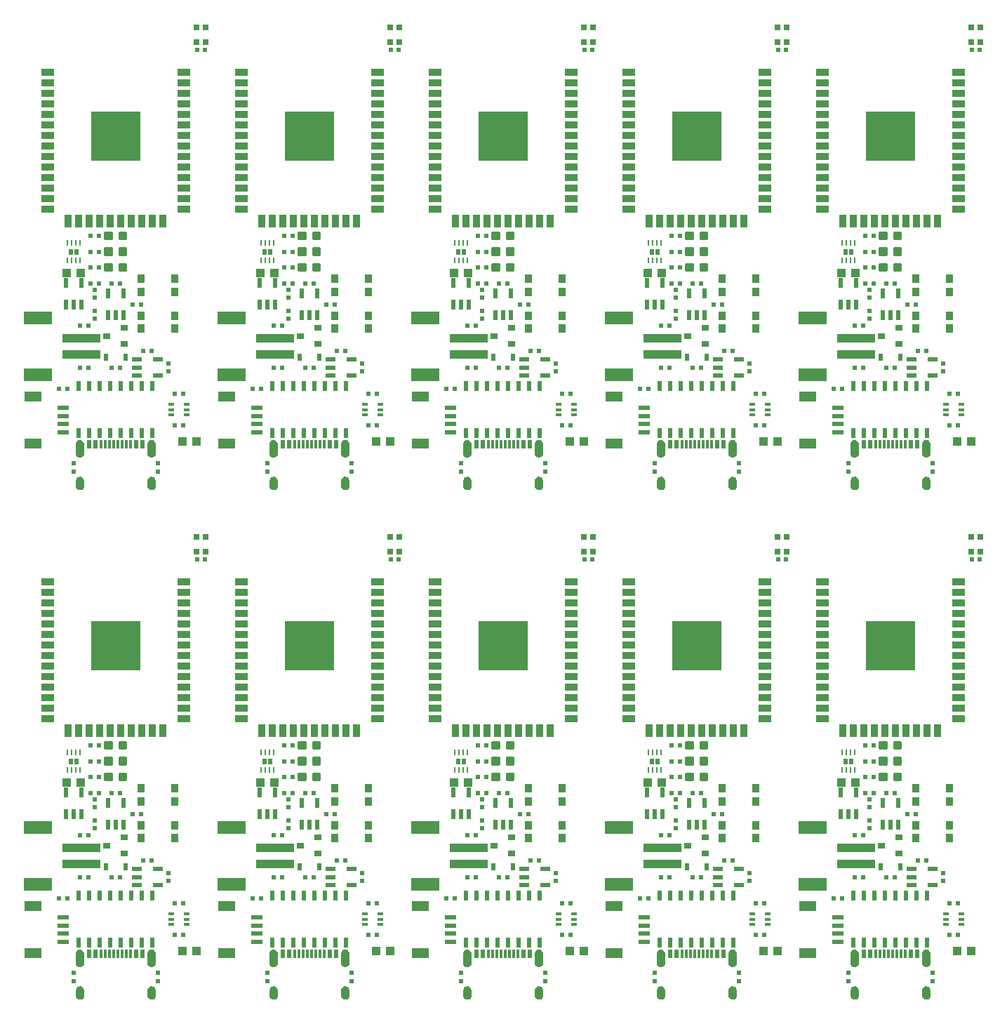
<source format=gtp>
G04 EAGLE Gerber RS-274X export*
G75*
%MOMM*%
%FSLAX34Y34*%
%LPD*%
%INSolderpaste Top*%
%IPPOS*%
%AMOC8*
5,1,8,0,0,1.08239X$1,22.5*%
G01*
%ADD10R,0.600000X0.600000*%
%ADD11R,0.550000X1.200000*%
%ADD12C,0.300000*%
%ADD13R,1.100000X1.000000*%
%ADD14R,0.660000X0.300000*%
%ADD15R,2.000000X1.200000*%
%ADD16R,1.350000X0.600000*%
%ADD17R,0.900000X1.000000*%
%ADD18R,1.500000X0.900000*%
%ADD19R,0.900000X1.500000*%
%ADD20R,6.000000X6.000000*%
%ADD21R,0.900000X0.800000*%
%ADD22R,0.300000X1.000000*%
%ADD23R,0.600000X1.000000*%
%ADD24R,0.630000X0.830000*%
%ADD25R,0.600000X1.200000*%
%ADD26R,0.250000X0.637500*%
%ADD27R,0.500000X0.640000*%
%ADD28R,1.200000X0.550000*%
%ADD29R,0.700000X0.700000*%
%ADD30R,4.600000X1.000000*%
%ADD31R,3.400000X1.600000*%

G36*
X157300Y43951D02*
X157300Y43951D01*
X157301Y43951D01*
X158369Y43970D01*
X158376Y43975D01*
X158380Y43971D01*
X159417Y44227D01*
X159422Y44234D01*
X159428Y44231D01*
X160382Y44712D01*
X160386Y44719D01*
X160391Y44718D01*
X161215Y45399D01*
X161216Y45407D01*
X161222Y45407D01*
X161873Y46254D01*
X161873Y46262D01*
X161879Y46263D01*
X162326Y47234D01*
X162324Y47242D01*
X162329Y47244D01*
X162548Y48290D01*
X162545Y48297D01*
X162549Y48300D01*
X162549Y60300D01*
X162546Y60305D01*
X162549Y60308D01*
X162369Y61403D01*
X162363Y61409D01*
X162366Y61414D01*
X161947Y62442D01*
X161940Y62446D01*
X161942Y62451D01*
X161305Y63360D01*
X161297Y63363D01*
X161297Y63368D01*
X160474Y64112D01*
X160466Y64113D01*
X160465Y64119D01*
X159497Y64661D01*
X159488Y64660D01*
X159486Y64666D01*
X158422Y64979D01*
X158417Y64977D01*
X158413Y64977D01*
X158411Y64981D01*
X157303Y65049D01*
X157297Y65045D01*
X157293Y65049D01*
X156185Y64879D01*
X156179Y64873D01*
X156174Y64876D01*
X155132Y64464D01*
X155128Y64457D01*
X155123Y64459D01*
X154198Y63825D01*
X154196Y63817D01*
X154190Y63818D01*
X153430Y62995D01*
X153429Y62986D01*
X153423Y62986D01*
X152866Y62014D01*
X152867Y62006D01*
X152861Y62004D01*
X152534Y60932D01*
X152537Y60924D01*
X152532Y60921D01*
X152451Y59804D01*
X152452Y59801D01*
X152451Y59800D01*
X152451Y47800D01*
X152456Y47793D01*
X152452Y47789D01*
X152671Y46845D01*
X152677Y46839D01*
X152675Y46834D01*
X153099Y45962D01*
X153106Y45959D01*
X153104Y45953D01*
X153711Y45197D01*
X153719Y45195D01*
X153719Y45189D01*
X154479Y44588D01*
X154488Y44588D01*
X154489Y44582D01*
X155364Y44164D01*
X155372Y44166D01*
X155374Y44161D01*
X156320Y43949D01*
X156327Y43952D01*
X156331Y43947D01*
X157300Y43951D01*
G37*
G36*
X1092020Y43951D02*
X1092020Y43951D01*
X1092021Y43951D01*
X1093089Y43970D01*
X1093096Y43975D01*
X1093100Y43971D01*
X1094137Y44227D01*
X1094142Y44234D01*
X1094148Y44231D01*
X1095102Y44712D01*
X1095106Y44719D01*
X1095111Y44718D01*
X1095935Y45399D01*
X1095936Y45407D01*
X1095942Y45407D01*
X1096593Y46254D01*
X1096593Y46262D01*
X1096599Y46263D01*
X1097046Y47234D01*
X1097044Y47242D01*
X1097049Y47244D01*
X1097268Y48290D01*
X1097265Y48297D01*
X1097269Y48300D01*
X1097269Y60300D01*
X1097266Y60305D01*
X1097269Y60308D01*
X1097089Y61403D01*
X1097083Y61409D01*
X1097086Y61414D01*
X1096667Y62442D01*
X1096660Y62446D01*
X1096662Y62451D01*
X1096025Y63360D01*
X1096017Y63363D01*
X1096017Y63368D01*
X1095194Y64112D01*
X1095186Y64113D01*
X1095185Y64119D01*
X1094217Y64661D01*
X1094208Y64660D01*
X1094206Y64666D01*
X1093142Y64979D01*
X1093137Y64977D01*
X1093133Y64977D01*
X1093131Y64981D01*
X1092023Y65049D01*
X1092017Y65045D01*
X1092013Y65049D01*
X1090905Y64879D01*
X1090899Y64873D01*
X1090894Y64876D01*
X1089852Y64464D01*
X1089848Y64457D01*
X1089843Y64459D01*
X1088918Y63825D01*
X1088916Y63817D01*
X1088910Y63818D01*
X1088150Y62995D01*
X1088149Y62986D01*
X1088143Y62986D01*
X1087586Y62014D01*
X1087587Y62006D01*
X1087581Y62004D01*
X1087254Y60932D01*
X1087257Y60924D01*
X1087252Y60921D01*
X1087171Y59804D01*
X1087172Y59801D01*
X1087171Y59800D01*
X1087171Y47800D01*
X1087176Y47793D01*
X1087172Y47789D01*
X1087391Y46845D01*
X1087397Y46839D01*
X1087395Y46834D01*
X1087819Y45962D01*
X1087826Y45959D01*
X1087824Y45953D01*
X1088431Y45197D01*
X1088439Y45195D01*
X1088439Y45189D01*
X1089199Y44588D01*
X1089208Y44588D01*
X1089209Y44582D01*
X1090084Y44164D01*
X1090092Y44166D01*
X1090094Y44161D01*
X1091040Y43949D01*
X1091047Y43952D01*
X1091051Y43947D01*
X1092020Y43951D01*
G37*
G36*
X858340Y43951D02*
X858340Y43951D01*
X858341Y43951D01*
X859409Y43970D01*
X859416Y43975D01*
X859420Y43971D01*
X860457Y44227D01*
X860462Y44234D01*
X860468Y44231D01*
X861422Y44712D01*
X861426Y44719D01*
X861431Y44718D01*
X862255Y45399D01*
X862256Y45407D01*
X862262Y45407D01*
X862913Y46254D01*
X862913Y46262D01*
X862919Y46263D01*
X863366Y47234D01*
X863364Y47242D01*
X863369Y47244D01*
X863588Y48290D01*
X863585Y48297D01*
X863589Y48300D01*
X863589Y60300D01*
X863586Y60305D01*
X863589Y60308D01*
X863409Y61403D01*
X863403Y61409D01*
X863406Y61414D01*
X862987Y62442D01*
X862980Y62446D01*
X862982Y62451D01*
X862345Y63360D01*
X862337Y63363D01*
X862337Y63368D01*
X861514Y64112D01*
X861506Y64113D01*
X861505Y64119D01*
X860537Y64661D01*
X860528Y64660D01*
X860526Y64666D01*
X859462Y64979D01*
X859457Y64977D01*
X859453Y64977D01*
X859451Y64981D01*
X858343Y65049D01*
X858337Y65045D01*
X858333Y65049D01*
X857225Y64879D01*
X857219Y64873D01*
X857214Y64876D01*
X856172Y64464D01*
X856168Y64457D01*
X856163Y64459D01*
X855238Y63825D01*
X855236Y63817D01*
X855230Y63818D01*
X854470Y62995D01*
X854469Y62986D01*
X854463Y62986D01*
X853906Y62014D01*
X853907Y62006D01*
X853901Y62004D01*
X853574Y60932D01*
X853577Y60924D01*
X853572Y60921D01*
X853491Y59804D01*
X853492Y59801D01*
X853491Y59800D01*
X853491Y47800D01*
X853496Y47793D01*
X853492Y47789D01*
X853711Y46845D01*
X853717Y46839D01*
X853715Y46834D01*
X854139Y45962D01*
X854146Y45959D01*
X854144Y45953D01*
X854751Y45197D01*
X854759Y45195D01*
X854759Y45189D01*
X855519Y44588D01*
X855528Y44588D01*
X855529Y44582D01*
X856404Y44164D01*
X856412Y44166D01*
X856414Y44161D01*
X857360Y43949D01*
X857367Y43952D01*
X857371Y43947D01*
X858340Y43951D01*
G37*
G36*
X624660Y43951D02*
X624660Y43951D01*
X624661Y43951D01*
X625729Y43970D01*
X625736Y43975D01*
X625740Y43971D01*
X626777Y44227D01*
X626782Y44234D01*
X626788Y44231D01*
X627742Y44712D01*
X627746Y44719D01*
X627751Y44718D01*
X628575Y45399D01*
X628576Y45407D01*
X628582Y45407D01*
X629233Y46254D01*
X629233Y46262D01*
X629239Y46263D01*
X629686Y47234D01*
X629684Y47242D01*
X629689Y47244D01*
X629908Y48290D01*
X629905Y48297D01*
X629909Y48300D01*
X629909Y60300D01*
X629906Y60305D01*
X629909Y60308D01*
X629729Y61403D01*
X629723Y61409D01*
X629726Y61414D01*
X629307Y62442D01*
X629300Y62446D01*
X629302Y62451D01*
X628665Y63360D01*
X628657Y63363D01*
X628657Y63368D01*
X627834Y64112D01*
X627826Y64113D01*
X627825Y64119D01*
X626857Y64661D01*
X626848Y64660D01*
X626846Y64666D01*
X625782Y64979D01*
X625777Y64977D01*
X625773Y64977D01*
X625771Y64981D01*
X624663Y65049D01*
X624657Y65045D01*
X624653Y65049D01*
X623545Y64879D01*
X623539Y64873D01*
X623534Y64876D01*
X622492Y64464D01*
X622488Y64457D01*
X622483Y64459D01*
X621558Y63825D01*
X621556Y63817D01*
X621550Y63818D01*
X620790Y62995D01*
X620789Y62986D01*
X620783Y62986D01*
X620226Y62014D01*
X620227Y62006D01*
X620221Y62004D01*
X619894Y60932D01*
X619897Y60924D01*
X619892Y60921D01*
X619811Y59804D01*
X619812Y59801D01*
X619811Y59800D01*
X619811Y47800D01*
X619816Y47793D01*
X619812Y47789D01*
X620031Y46845D01*
X620037Y46839D01*
X620035Y46834D01*
X620459Y45962D01*
X620466Y45959D01*
X620464Y45953D01*
X621071Y45197D01*
X621079Y45195D01*
X621079Y45189D01*
X621839Y44588D01*
X621848Y44588D01*
X621849Y44582D01*
X622724Y44164D01*
X622732Y44166D01*
X622734Y44161D01*
X623680Y43949D01*
X623687Y43952D01*
X623691Y43947D01*
X624660Y43951D01*
G37*
G36*
X390980Y43951D02*
X390980Y43951D01*
X390981Y43951D01*
X392049Y43970D01*
X392056Y43975D01*
X392060Y43971D01*
X393097Y44227D01*
X393102Y44234D01*
X393108Y44231D01*
X394062Y44712D01*
X394066Y44719D01*
X394071Y44718D01*
X394895Y45399D01*
X394896Y45407D01*
X394902Y45407D01*
X395553Y46254D01*
X395553Y46262D01*
X395559Y46263D01*
X396006Y47234D01*
X396004Y47242D01*
X396009Y47244D01*
X396228Y48290D01*
X396225Y48297D01*
X396229Y48300D01*
X396229Y60300D01*
X396226Y60305D01*
X396229Y60308D01*
X396049Y61403D01*
X396043Y61409D01*
X396046Y61414D01*
X395627Y62442D01*
X395620Y62446D01*
X395622Y62451D01*
X394985Y63360D01*
X394977Y63363D01*
X394977Y63368D01*
X394154Y64112D01*
X394146Y64113D01*
X394145Y64119D01*
X393177Y64661D01*
X393168Y64660D01*
X393166Y64666D01*
X392102Y64979D01*
X392097Y64977D01*
X392093Y64977D01*
X392091Y64981D01*
X390983Y65049D01*
X390977Y65045D01*
X390973Y65049D01*
X389865Y64879D01*
X389859Y64873D01*
X389854Y64876D01*
X388812Y64464D01*
X388808Y64457D01*
X388803Y64459D01*
X387878Y63825D01*
X387876Y63817D01*
X387870Y63818D01*
X387110Y62995D01*
X387109Y62986D01*
X387103Y62986D01*
X386546Y62014D01*
X386547Y62006D01*
X386541Y62004D01*
X386214Y60932D01*
X386217Y60924D01*
X386212Y60921D01*
X386131Y59804D01*
X386132Y59801D01*
X386131Y59800D01*
X386131Y47800D01*
X386136Y47793D01*
X386132Y47789D01*
X386351Y46845D01*
X386357Y46839D01*
X386355Y46834D01*
X386779Y45962D01*
X386786Y45959D01*
X386784Y45953D01*
X387391Y45197D01*
X387399Y45195D01*
X387399Y45189D01*
X388159Y44588D01*
X388168Y44588D01*
X388169Y44582D01*
X389044Y44164D01*
X389052Y44166D01*
X389054Y44161D01*
X390000Y43949D01*
X390007Y43952D01*
X390011Y43947D01*
X390980Y43951D01*
G37*
G36*
X1092020Y658631D02*
X1092020Y658631D01*
X1092021Y658631D01*
X1093089Y658650D01*
X1093096Y658655D01*
X1093100Y658651D01*
X1094137Y658907D01*
X1094142Y658914D01*
X1094148Y658911D01*
X1095102Y659392D01*
X1095106Y659399D01*
X1095111Y659398D01*
X1095935Y660079D01*
X1095936Y660087D01*
X1095942Y660087D01*
X1096593Y660934D01*
X1096593Y660942D01*
X1096599Y660943D01*
X1097046Y661914D01*
X1097044Y661922D01*
X1097049Y661924D01*
X1097268Y662970D01*
X1097265Y662977D01*
X1097269Y662980D01*
X1097269Y674980D01*
X1097266Y674985D01*
X1097269Y674988D01*
X1097089Y676083D01*
X1097083Y676089D01*
X1097086Y676094D01*
X1096667Y677122D01*
X1096660Y677126D01*
X1096662Y677131D01*
X1096025Y678040D01*
X1096017Y678043D01*
X1096017Y678048D01*
X1095194Y678792D01*
X1095186Y678793D01*
X1095185Y678799D01*
X1094217Y679341D01*
X1094208Y679340D01*
X1094206Y679346D01*
X1093142Y679659D01*
X1093137Y679657D01*
X1093133Y679657D01*
X1093131Y679661D01*
X1092023Y679729D01*
X1092017Y679725D01*
X1092013Y679729D01*
X1090905Y679559D01*
X1090899Y679553D01*
X1090894Y679556D01*
X1089852Y679144D01*
X1089848Y679137D01*
X1089843Y679139D01*
X1088918Y678505D01*
X1088916Y678497D01*
X1088910Y678498D01*
X1088150Y677675D01*
X1088149Y677666D01*
X1088143Y677666D01*
X1087586Y676694D01*
X1087587Y676686D01*
X1087581Y676684D01*
X1087254Y675612D01*
X1087257Y675604D01*
X1087252Y675601D01*
X1087171Y674484D01*
X1087172Y674481D01*
X1087171Y674480D01*
X1087171Y662480D01*
X1087176Y662473D01*
X1087172Y662469D01*
X1087391Y661525D01*
X1087397Y661519D01*
X1087395Y661514D01*
X1087819Y660642D01*
X1087826Y660639D01*
X1087824Y660633D01*
X1088431Y659877D01*
X1088439Y659875D01*
X1088439Y659869D01*
X1089199Y659268D01*
X1089208Y659268D01*
X1089209Y659262D01*
X1090084Y658844D01*
X1090092Y658846D01*
X1090094Y658841D01*
X1091040Y658629D01*
X1091047Y658632D01*
X1091051Y658627D01*
X1092020Y658631D01*
G37*
G36*
X624660Y658631D02*
X624660Y658631D01*
X624661Y658631D01*
X625729Y658650D01*
X625736Y658655D01*
X625740Y658651D01*
X626777Y658907D01*
X626782Y658914D01*
X626788Y658911D01*
X627742Y659392D01*
X627746Y659399D01*
X627751Y659398D01*
X628575Y660079D01*
X628576Y660087D01*
X628582Y660087D01*
X629233Y660934D01*
X629233Y660942D01*
X629239Y660943D01*
X629686Y661914D01*
X629684Y661922D01*
X629689Y661924D01*
X629908Y662970D01*
X629905Y662977D01*
X629909Y662980D01*
X629909Y674980D01*
X629906Y674985D01*
X629909Y674988D01*
X629729Y676083D01*
X629723Y676089D01*
X629726Y676094D01*
X629307Y677122D01*
X629300Y677126D01*
X629302Y677131D01*
X628665Y678040D01*
X628657Y678043D01*
X628657Y678048D01*
X627834Y678792D01*
X627826Y678793D01*
X627825Y678799D01*
X626857Y679341D01*
X626848Y679340D01*
X626846Y679346D01*
X625782Y679659D01*
X625777Y679657D01*
X625773Y679657D01*
X625771Y679661D01*
X624663Y679729D01*
X624657Y679725D01*
X624653Y679729D01*
X623545Y679559D01*
X623539Y679553D01*
X623534Y679556D01*
X622492Y679144D01*
X622488Y679137D01*
X622483Y679139D01*
X621558Y678505D01*
X621556Y678497D01*
X621550Y678498D01*
X620790Y677675D01*
X620789Y677666D01*
X620783Y677666D01*
X620226Y676694D01*
X620227Y676686D01*
X620221Y676684D01*
X619894Y675612D01*
X619897Y675604D01*
X619892Y675601D01*
X619811Y674484D01*
X619812Y674481D01*
X619811Y674480D01*
X619811Y662480D01*
X619816Y662473D01*
X619812Y662469D01*
X620031Y661525D01*
X620037Y661519D01*
X620035Y661514D01*
X620459Y660642D01*
X620466Y660639D01*
X620464Y660633D01*
X621071Y659877D01*
X621079Y659875D01*
X621079Y659869D01*
X621839Y659268D01*
X621848Y659268D01*
X621849Y659262D01*
X622724Y658844D01*
X622732Y658846D01*
X622734Y658841D01*
X623680Y658629D01*
X623687Y658632D01*
X623691Y658627D01*
X624660Y658631D01*
G37*
G36*
X858340Y658631D02*
X858340Y658631D01*
X858341Y658631D01*
X859409Y658650D01*
X859416Y658655D01*
X859420Y658651D01*
X860457Y658907D01*
X860462Y658914D01*
X860468Y658911D01*
X861422Y659392D01*
X861426Y659399D01*
X861431Y659398D01*
X862255Y660079D01*
X862256Y660087D01*
X862262Y660087D01*
X862913Y660934D01*
X862913Y660942D01*
X862919Y660943D01*
X863366Y661914D01*
X863364Y661922D01*
X863369Y661924D01*
X863588Y662970D01*
X863585Y662977D01*
X863589Y662980D01*
X863589Y674980D01*
X863586Y674985D01*
X863589Y674988D01*
X863409Y676083D01*
X863403Y676089D01*
X863406Y676094D01*
X862987Y677122D01*
X862980Y677126D01*
X862982Y677131D01*
X862345Y678040D01*
X862337Y678043D01*
X862337Y678048D01*
X861514Y678792D01*
X861506Y678793D01*
X861505Y678799D01*
X860537Y679341D01*
X860528Y679340D01*
X860526Y679346D01*
X859462Y679659D01*
X859457Y679657D01*
X859453Y679657D01*
X859451Y679661D01*
X858343Y679729D01*
X858337Y679725D01*
X858333Y679729D01*
X857225Y679559D01*
X857219Y679553D01*
X857214Y679556D01*
X856172Y679144D01*
X856168Y679137D01*
X856163Y679139D01*
X855238Y678505D01*
X855236Y678497D01*
X855230Y678498D01*
X854470Y677675D01*
X854469Y677666D01*
X854463Y677666D01*
X853906Y676694D01*
X853907Y676686D01*
X853901Y676684D01*
X853574Y675612D01*
X853577Y675604D01*
X853572Y675601D01*
X853491Y674484D01*
X853492Y674481D01*
X853491Y674480D01*
X853491Y662480D01*
X853496Y662473D01*
X853492Y662469D01*
X853711Y661525D01*
X853717Y661519D01*
X853715Y661514D01*
X854139Y660642D01*
X854146Y660639D01*
X854144Y660633D01*
X854751Y659877D01*
X854759Y659875D01*
X854759Y659869D01*
X855519Y659268D01*
X855528Y659268D01*
X855529Y659262D01*
X856404Y658844D01*
X856412Y658846D01*
X856414Y658841D01*
X857360Y658629D01*
X857367Y658632D01*
X857371Y658627D01*
X858340Y658631D01*
G37*
G36*
X390980Y658631D02*
X390980Y658631D01*
X390981Y658631D01*
X392049Y658650D01*
X392056Y658655D01*
X392060Y658651D01*
X393097Y658907D01*
X393102Y658914D01*
X393108Y658911D01*
X394062Y659392D01*
X394066Y659399D01*
X394071Y659398D01*
X394895Y660079D01*
X394896Y660087D01*
X394902Y660087D01*
X395553Y660934D01*
X395553Y660942D01*
X395559Y660943D01*
X396006Y661914D01*
X396004Y661922D01*
X396009Y661924D01*
X396228Y662970D01*
X396225Y662977D01*
X396229Y662980D01*
X396229Y674980D01*
X396226Y674985D01*
X396229Y674988D01*
X396049Y676083D01*
X396043Y676089D01*
X396046Y676094D01*
X395627Y677122D01*
X395620Y677126D01*
X395622Y677131D01*
X394985Y678040D01*
X394977Y678043D01*
X394977Y678048D01*
X394154Y678792D01*
X394146Y678793D01*
X394145Y678799D01*
X393177Y679341D01*
X393168Y679340D01*
X393166Y679346D01*
X392102Y679659D01*
X392097Y679657D01*
X392093Y679657D01*
X392091Y679661D01*
X390983Y679729D01*
X390977Y679725D01*
X390973Y679729D01*
X389865Y679559D01*
X389859Y679553D01*
X389854Y679556D01*
X388812Y679144D01*
X388808Y679137D01*
X388803Y679139D01*
X387878Y678505D01*
X387876Y678497D01*
X387870Y678498D01*
X387110Y677675D01*
X387109Y677666D01*
X387103Y677666D01*
X386546Y676694D01*
X386547Y676686D01*
X386541Y676684D01*
X386214Y675612D01*
X386217Y675604D01*
X386212Y675601D01*
X386131Y674484D01*
X386132Y674481D01*
X386131Y674480D01*
X386131Y662480D01*
X386136Y662473D01*
X386132Y662469D01*
X386351Y661525D01*
X386357Y661519D01*
X386355Y661514D01*
X386779Y660642D01*
X386786Y660639D01*
X386784Y660633D01*
X387391Y659877D01*
X387399Y659875D01*
X387399Y659869D01*
X388159Y659268D01*
X388168Y659268D01*
X388169Y659262D01*
X389044Y658844D01*
X389052Y658846D01*
X389054Y658841D01*
X390000Y658629D01*
X390007Y658632D01*
X390011Y658627D01*
X390980Y658631D01*
G37*
G36*
X157300Y658631D02*
X157300Y658631D01*
X157301Y658631D01*
X158369Y658650D01*
X158376Y658655D01*
X158380Y658651D01*
X159417Y658907D01*
X159422Y658914D01*
X159428Y658911D01*
X160382Y659392D01*
X160386Y659399D01*
X160391Y659398D01*
X161215Y660079D01*
X161216Y660087D01*
X161222Y660087D01*
X161873Y660934D01*
X161873Y660942D01*
X161879Y660943D01*
X162326Y661914D01*
X162324Y661922D01*
X162329Y661924D01*
X162548Y662970D01*
X162545Y662977D01*
X162549Y662980D01*
X162549Y674980D01*
X162546Y674985D01*
X162549Y674988D01*
X162369Y676083D01*
X162363Y676089D01*
X162366Y676094D01*
X161947Y677122D01*
X161940Y677126D01*
X161942Y677131D01*
X161305Y678040D01*
X161297Y678043D01*
X161297Y678048D01*
X160474Y678792D01*
X160466Y678793D01*
X160465Y678799D01*
X159497Y679341D01*
X159488Y679340D01*
X159486Y679346D01*
X158422Y679659D01*
X158417Y679657D01*
X158413Y679657D01*
X158411Y679661D01*
X157303Y679729D01*
X157297Y679725D01*
X157293Y679729D01*
X156185Y679559D01*
X156179Y679553D01*
X156174Y679556D01*
X155132Y679144D01*
X155128Y679137D01*
X155123Y679139D01*
X154198Y678505D01*
X154196Y678497D01*
X154190Y678498D01*
X153430Y677675D01*
X153429Y677666D01*
X153423Y677666D01*
X152866Y676694D01*
X152867Y676686D01*
X152861Y676684D01*
X152534Y675612D01*
X152537Y675604D01*
X152532Y675601D01*
X152451Y674484D01*
X152452Y674481D01*
X152451Y674480D01*
X152451Y662480D01*
X152456Y662473D01*
X152452Y662469D01*
X152671Y661525D01*
X152677Y661519D01*
X152675Y661514D01*
X153099Y660642D01*
X153106Y660639D01*
X153104Y660633D01*
X153711Y659877D01*
X153719Y659875D01*
X153719Y659869D01*
X154479Y659268D01*
X154488Y659268D01*
X154489Y659262D01*
X155364Y658844D01*
X155372Y658846D01*
X155374Y658841D01*
X156320Y658629D01*
X156327Y658632D01*
X156331Y658627D01*
X157300Y658631D01*
G37*
G36*
X772921Y658640D02*
X772921Y658640D01*
X772928Y658645D01*
X772932Y658641D01*
X773984Y658891D01*
X773989Y658897D01*
X773994Y658894D01*
X774964Y659371D01*
X774967Y659379D01*
X774973Y659377D01*
X775812Y660058D01*
X775814Y660066D01*
X775820Y660066D01*
X776486Y660917D01*
X776487Y660925D01*
X776492Y660926D01*
X776953Y661903D01*
X776951Y661911D01*
X776957Y661914D01*
X777188Y662969D01*
X777185Y662977D01*
X777189Y662980D01*
X777189Y674980D01*
X777185Y674985D01*
X777189Y674988D01*
X776996Y676094D01*
X776990Y676099D01*
X776993Y676104D01*
X776560Y677139D01*
X776553Y677143D01*
X776555Y677148D01*
X775902Y678061D01*
X775894Y678063D01*
X775895Y678069D01*
X775056Y678813D01*
X775047Y678814D01*
X775047Y678819D01*
X774063Y679358D01*
X774055Y679357D01*
X774053Y679362D01*
X772974Y679669D01*
X772966Y679666D01*
X772963Y679671D01*
X771843Y679729D01*
X771838Y679726D01*
X771835Y679729D01*
X770789Y679611D01*
X770783Y679605D01*
X770778Y679609D01*
X769784Y679261D01*
X769780Y679254D01*
X769775Y679256D01*
X768883Y678696D01*
X768881Y678689D01*
X768875Y678689D01*
X768131Y677945D01*
X768129Y677937D01*
X768124Y677937D01*
X767564Y677045D01*
X767564Y677037D01*
X767559Y677036D01*
X767211Y676042D01*
X767214Y676034D01*
X767209Y676031D01*
X767091Y674986D01*
X767093Y674982D01*
X767091Y674980D01*
X767091Y662980D01*
X767094Y662975D01*
X767091Y662972D01*
X767249Y661976D01*
X767255Y661970D01*
X767252Y661965D01*
X767627Y661029D01*
X767634Y661025D01*
X767632Y661019D01*
X768206Y660190D01*
X768214Y660187D01*
X768213Y660182D01*
X768957Y659501D01*
X768966Y659500D01*
X768966Y659494D01*
X769843Y658996D01*
X769852Y658997D01*
X769854Y658992D01*
X770819Y658701D01*
X770827Y658704D01*
X770830Y658699D01*
X771837Y658631D01*
X771839Y658632D01*
X771840Y658631D01*
X772921Y658640D01*
G37*
G36*
X71881Y658640D02*
X71881Y658640D01*
X71888Y658645D01*
X71892Y658641D01*
X72944Y658891D01*
X72949Y658897D01*
X72954Y658894D01*
X73924Y659371D01*
X73927Y659379D01*
X73933Y659377D01*
X74772Y660058D01*
X74774Y660066D01*
X74780Y660066D01*
X75446Y660917D01*
X75447Y660925D01*
X75452Y660926D01*
X75913Y661903D01*
X75911Y661911D01*
X75917Y661914D01*
X76148Y662969D01*
X76145Y662977D01*
X76149Y662980D01*
X76149Y674980D01*
X76145Y674985D01*
X76149Y674988D01*
X75956Y676094D01*
X75950Y676099D01*
X75953Y676104D01*
X75520Y677139D01*
X75513Y677143D01*
X75515Y677148D01*
X74862Y678061D01*
X74854Y678063D01*
X74855Y678069D01*
X74016Y678813D01*
X74007Y678814D01*
X74007Y678819D01*
X73023Y679358D01*
X73015Y679357D01*
X73013Y679362D01*
X71934Y679669D01*
X71926Y679666D01*
X71923Y679671D01*
X70803Y679729D01*
X70798Y679726D01*
X70795Y679729D01*
X69749Y679611D01*
X69743Y679605D01*
X69738Y679609D01*
X68744Y679261D01*
X68740Y679254D01*
X68735Y679256D01*
X67843Y678696D01*
X67841Y678689D01*
X67835Y678689D01*
X67091Y677945D01*
X67089Y677937D01*
X67084Y677937D01*
X66524Y677045D01*
X66524Y677037D01*
X66519Y677036D01*
X66171Y676042D01*
X66174Y676034D01*
X66169Y676031D01*
X66051Y674986D01*
X66053Y674982D01*
X66051Y674980D01*
X66051Y662980D01*
X66054Y662975D01*
X66051Y662972D01*
X66209Y661976D01*
X66215Y661970D01*
X66212Y661965D01*
X66587Y661029D01*
X66594Y661025D01*
X66592Y661019D01*
X67166Y660190D01*
X67174Y660187D01*
X67173Y660182D01*
X67917Y659501D01*
X67926Y659500D01*
X67926Y659494D01*
X68803Y658996D01*
X68812Y658997D01*
X68814Y658992D01*
X69779Y658701D01*
X69787Y658704D01*
X69790Y658699D01*
X70797Y658631D01*
X70799Y658632D01*
X70800Y658631D01*
X71881Y658640D01*
G37*
G36*
X1006601Y658640D02*
X1006601Y658640D01*
X1006608Y658645D01*
X1006612Y658641D01*
X1007664Y658891D01*
X1007669Y658897D01*
X1007674Y658894D01*
X1008644Y659371D01*
X1008647Y659379D01*
X1008653Y659377D01*
X1009492Y660058D01*
X1009494Y660066D01*
X1009500Y660066D01*
X1010166Y660917D01*
X1010167Y660925D01*
X1010172Y660926D01*
X1010633Y661903D01*
X1010631Y661911D01*
X1010637Y661914D01*
X1010868Y662969D01*
X1010865Y662977D01*
X1010869Y662980D01*
X1010869Y674980D01*
X1010865Y674985D01*
X1010869Y674988D01*
X1010676Y676094D01*
X1010670Y676099D01*
X1010673Y676104D01*
X1010240Y677139D01*
X1010233Y677143D01*
X1010235Y677148D01*
X1009582Y678061D01*
X1009574Y678063D01*
X1009575Y678069D01*
X1008736Y678813D01*
X1008727Y678814D01*
X1008727Y678819D01*
X1007743Y679358D01*
X1007735Y679357D01*
X1007733Y679362D01*
X1006654Y679669D01*
X1006646Y679666D01*
X1006643Y679671D01*
X1005523Y679729D01*
X1005518Y679726D01*
X1005515Y679729D01*
X1004469Y679611D01*
X1004463Y679605D01*
X1004458Y679609D01*
X1003464Y679261D01*
X1003460Y679254D01*
X1003455Y679256D01*
X1002563Y678696D01*
X1002561Y678689D01*
X1002555Y678689D01*
X1001811Y677945D01*
X1001809Y677937D01*
X1001804Y677937D01*
X1001244Y677045D01*
X1001244Y677037D01*
X1001239Y677036D01*
X1000891Y676042D01*
X1000894Y676034D01*
X1000889Y676031D01*
X1000771Y674986D01*
X1000773Y674982D01*
X1000771Y674980D01*
X1000771Y662980D01*
X1000774Y662975D01*
X1000771Y662972D01*
X1000929Y661976D01*
X1000935Y661970D01*
X1000932Y661965D01*
X1001307Y661029D01*
X1001314Y661025D01*
X1001312Y661019D01*
X1001886Y660190D01*
X1001894Y660187D01*
X1001893Y660182D01*
X1002637Y659501D01*
X1002646Y659500D01*
X1002646Y659494D01*
X1003523Y658996D01*
X1003532Y658997D01*
X1003534Y658992D01*
X1004499Y658701D01*
X1004507Y658704D01*
X1004510Y658699D01*
X1005517Y658631D01*
X1005519Y658632D01*
X1005520Y658631D01*
X1006601Y658640D01*
G37*
G36*
X539241Y658640D02*
X539241Y658640D01*
X539248Y658645D01*
X539252Y658641D01*
X540304Y658891D01*
X540309Y658897D01*
X540314Y658894D01*
X541284Y659371D01*
X541287Y659379D01*
X541293Y659377D01*
X542132Y660058D01*
X542134Y660066D01*
X542140Y660066D01*
X542806Y660917D01*
X542807Y660925D01*
X542812Y660926D01*
X543273Y661903D01*
X543271Y661911D01*
X543277Y661914D01*
X543508Y662969D01*
X543505Y662977D01*
X543509Y662980D01*
X543509Y674980D01*
X543505Y674985D01*
X543509Y674988D01*
X543316Y676094D01*
X543310Y676099D01*
X543313Y676104D01*
X542880Y677139D01*
X542873Y677143D01*
X542875Y677148D01*
X542222Y678061D01*
X542214Y678063D01*
X542215Y678069D01*
X541376Y678813D01*
X541367Y678814D01*
X541367Y678819D01*
X540383Y679358D01*
X540375Y679357D01*
X540373Y679362D01*
X539294Y679669D01*
X539286Y679666D01*
X539283Y679671D01*
X538163Y679729D01*
X538158Y679726D01*
X538155Y679729D01*
X537109Y679611D01*
X537103Y679605D01*
X537098Y679609D01*
X536104Y679261D01*
X536100Y679254D01*
X536095Y679256D01*
X535203Y678696D01*
X535201Y678689D01*
X535195Y678689D01*
X534451Y677945D01*
X534449Y677937D01*
X534444Y677937D01*
X533884Y677045D01*
X533884Y677037D01*
X533879Y677036D01*
X533531Y676042D01*
X533534Y676034D01*
X533529Y676031D01*
X533411Y674986D01*
X533413Y674982D01*
X533411Y674980D01*
X533411Y662980D01*
X533414Y662975D01*
X533411Y662972D01*
X533569Y661976D01*
X533575Y661970D01*
X533572Y661965D01*
X533947Y661029D01*
X533954Y661025D01*
X533952Y661019D01*
X534526Y660190D01*
X534534Y660187D01*
X534533Y660182D01*
X535277Y659501D01*
X535286Y659500D01*
X535286Y659494D01*
X536163Y658996D01*
X536172Y658997D01*
X536174Y658992D01*
X537139Y658701D01*
X537147Y658704D01*
X537150Y658699D01*
X538157Y658631D01*
X538159Y658632D01*
X538160Y658631D01*
X539241Y658640D01*
G37*
G36*
X305561Y658640D02*
X305561Y658640D01*
X305568Y658645D01*
X305572Y658641D01*
X306624Y658891D01*
X306629Y658897D01*
X306634Y658894D01*
X307604Y659371D01*
X307607Y659379D01*
X307613Y659377D01*
X308452Y660058D01*
X308454Y660066D01*
X308460Y660066D01*
X309126Y660917D01*
X309127Y660925D01*
X309132Y660926D01*
X309593Y661903D01*
X309591Y661911D01*
X309597Y661914D01*
X309828Y662969D01*
X309825Y662977D01*
X309829Y662980D01*
X309829Y674980D01*
X309825Y674985D01*
X309829Y674988D01*
X309636Y676094D01*
X309630Y676099D01*
X309633Y676104D01*
X309200Y677139D01*
X309193Y677143D01*
X309195Y677148D01*
X308542Y678061D01*
X308534Y678063D01*
X308535Y678069D01*
X307696Y678813D01*
X307687Y678814D01*
X307687Y678819D01*
X306703Y679358D01*
X306695Y679357D01*
X306693Y679362D01*
X305614Y679669D01*
X305606Y679666D01*
X305603Y679671D01*
X304483Y679729D01*
X304478Y679726D01*
X304475Y679729D01*
X303429Y679611D01*
X303423Y679605D01*
X303418Y679609D01*
X302424Y679261D01*
X302420Y679254D01*
X302415Y679256D01*
X301523Y678696D01*
X301521Y678689D01*
X301515Y678689D01*
X300771Y677945D01*
X300769Y677937D01*
X300764Y677937D01*
X300204Y677045D01*
X300204Y677037D01*
X300199Y677036D01*
X299851Y676042D01*
X299854Y676034D01*
X299849Y676031D01*
X299731Y674986D01*
X299733Y674982D01*
X299731Y674980D01*
X299731Y662980D01*
X299734Y662975D01*
X299731Y662972D01*
X299889Y661976D01*
X299895Y661970D01*
X299892Y661965D01*
X300267Y661029D01*
X300274Y661025D01*
X300272Y661019D01*
X300846Y660190D01*
X300854Y660187D01*
X300853Y660182D01*
X301597Y659501D01*
X301606Y659500D01*
X301606Y659494D01*
X302483Y658996D01*
X302492Y658997D01*
X302494Y658992D01*
X303459Y658701D01*
X303467Y658704D01*
X303470Y658699D01*
X304477Y658631D01*
X304479Y658632D01*
X304480Y658631D01*
X305561Y658640D01*
G37*
G36*
X71881Y43960D02*
X71881Y43960D01*
X71888Y43965D01*
X71892Y43961D01*
X72944Y44211D01*
X72949Y44217D01*
X72954Y44214D01*
X73924Y44691D01*
X73927Y44699D01*
X73933Y44697D01*
X74772Y45378D01*
X74774Y45386D01*
X74780Y45386D01*
X75446Y46237D01*
X75447Y46245D01*
X75452Y46246D01*
X75913Y47223D01*
X75911Y47231D01*
X75917Y47234D01*
X76148Y48289D01*
X76145Y48297D01*
X76149Y48300D01*
X76149Y60300D01*
X76145Y60305D01*
X76149Y60308D01*
X75956Y61414D01*
X75950Y61419D01*
X75953Y61424D01*
X75520Y62459D01*
X75513Y62463D01*
X75515Y62468D01*
X74862Y63381D01*
X74854Y63383D01*
X74855Y63389D01*
X74016Y64133D01*
X74007Y64134D01*
X74007Y64139D01*
X73023Y64678D01*
X73015Y64677D01*
X73013Y64682D01*
X71934Y64989D01*
X71926Y64986D01*
X71923Y64991D01*
X70803Y65049D01*
X70798Y65046D01*
X70795Y65049D01*
X69749Y64931D01*
X69743Y64925D01*
X69738Y64929D01*
X68744Y64581D01*
X68740Y64574D01*
X68735Y64576D01*
X67843Y64016D01*
X67841Y64009D01*
X67835Y64009D01*
X67091Y63265D01*
X67089Y63257D01*
X67084Y63257D01*
X66524Y62365D01*
X66524Y62357D01*
X66519Y62356D01*
X66171Y61362D01*
X66174Y61354D01*
X66169Y61351D01*
X66051Y60306D01*
X66053Y60302D01*
X66051Y60300D01*
X66051Y48300D01*
X66054Y48295D01*
X66051Y48292D01*
X66209Y47296D01*
X66215Y47290D01*
X66212Y47285D01*
X66587Y46349D01*
X66594Y46345D01*
X66592Y46339D01*
X67166Y45510D01*
X67174Y45507D01*
X67173Y45502D01*
X67917Y44821D01*
X67926Y44820D01*
X67926Y44814D01*
X68803Y44316D01*
X68812Y44317D01*
X68814Y44312D01*
X69779Y44021D01*
X69787Y44024D01*
X69790Y44019D01*
X70797Y43951D01*
X70799Y43952D01*
X70800Y43951D01*
X71881Y43960D01*
G37*
G36*
X539241Y43960D02*
X539241Y43960D01*
X539248Y43965D01*
X539252Y43961D01*
X540304Y44211D01*
X540309Y44217D01*
X540314Y44214D01*
X541284Y44691D01*
X541287Y44699D01*
X541293Y44697D01*
X542132Y45378D01*
X542134Y45386D01*
X542140Y45386D01*
X542806Y46237D01*
X542807Y46245D01*
X542812Y46246D01*
X543273Y47223D01*
X543271Y47231D01*
X543277Y47234D01*
X543508Y48289D01*
X543505Y48297D01*
X543509Y48300D01*
X543509Y60300D01*
X543505Y60305D01*
X543509Y60308D01*
X543316Y61414D01*
X543310Y61419D01*
X543313Y61424D01*
X542880Y62459D01*
X542873Y62463D01*
X542875Y62468D01*
X542222Y63381D01*
X542214Y63383D01*
X542215Y63389D01*
X541376Y64133D01*
X541367Y64134D01*
X541367Y64139D01*
X540383Y64678D01*
X540375Y64677D01*
X540373Y64682D01*
X539294Y64989D01*
X539286Y64986D01*
X539283Y64991D01*
X538163Y65049D01*
X538158Y65046D01*
X538155Y65049D01*
X537109Y64931D01*
X537103Y64925D01*
X537098Y64929D01*
X536104Y64581D01*
X536100Y64574D01*
X536095Y64576D01*
X535203Y64016D01*
X535201Y64009D01*
X535195Y64009D01*
X534451Y63265D01*
X534449Y63257D01*
X534444Y63257D01*
X533884Y62365D01*
X533884Y62357D01*
X533879Y62356D01*
X533531Y61362D01*
X533534Y61354D01*
X533529Y61351D01*
X533411Y60306D01*
X533413Y60302D01*
X533411Y60300D01*
X533411Y48300D01*
X533414Y48295D01*
X533411Y48292D01*
X533569Y47296D01*
X533575Y47290D01*
X533572Y47285D01*
X533947Y46349D01*
X533954Y46345D01*
X533952Y46339D01*
X534526Y45510D01*
X534534Y45507D01*
X534533Y45502D01*
X535277Y44821D01*
X535286Y44820D01*
X535286Y44814D01*
X536163Y44316D01*
X536172Y44317D01*
X536174Y44312D01*
X537139Y44021D01*
X537147Y44024D01*
X537150Y44019D01*
X538157Y43951D01*
X538159Y43952D01*
X538160Y43951D01*
X539241Y43960D01*
G37*
G36*
X772921Y43960D02*
X772921Y43960D01*
X772928Y43965D01*
X772932Y43961D01*
X773984Y44211D01*
X773989Y44217D01*
X773994Y44214D01*
X774964Y44691D01*
X774967Y44699D01*
X774973Y44697D01*
X775812Y45378D01*
X775814Y45386D01*
X775820Y45386D01*
X776486Y46237D01*
X776487Y46245D01*
X776492Y46246D01*
X776953Y47223D01*
X776951Y47231D01*
X776957Y47234D01*
X777188Y48289D01*
X777185Y48297D01*
X777189Y48300D01*
X777189Y60300D01*
X777185Y60305D01*
X777189Y60308D01*
X776996Y61414D01*
X776990Y61419D01*
X776993Y61424D01*
X776560Y62459D01*
X776553Y62463D01*
X776555Y62468D01*
X775902Y63381D01*
X775894Y63383D01*
X775895Y63389D01*
X775056Y64133D01*
X775047Y64134D01*
X775047Y64139D01*
X774063Y64678D01*
X774055Y64677D01*
X774053Y64682D01*
X772974Y64989D01*
X772966Y64986D01*
X772963Y64991D01*
X771843Y65049D01*
X771838Y65046D01*
X771835Y65049D01*
X770789Y64931D01*
X770783Y64925D01*
X770778Y64929D01*
X769784Y64581D01*
X769780Y64574D01*
X769775Y64576D01*
X768883Y64016D01*
X768881Y64009D01*
X768875Y64009D01*
X768131Y63265D01*
X768129Y63257D01*
X768124Y63257D01*
X767564Y62365D01*
X767564Y62357D01*
X767559Y62356D01*
X767211Y61362D01*
X767214Y61354D01*
X767209Y61351D01*
X767091Y60306D01*
X767093Y60302D01*
X767091Y60300D01*
X767091Y48300D01*
X767094Y48295D01*
X767091Y48292D01*
X767249Y47296D01*
X767255Y47290D01*
X767252Y47285D01*
X767627Y46349D01*
X767634Y46345D01*
X767632Y46339D01*
X768206Y45510D01*
X768214Y45507D01*
X768213Y45502D01*
X768957Y44821D01*
X768966Y44820D01*
X768966Y44814D01*
X769843Y44316D01*
X769852Y44317D01*
X769854Y44312D01*
X770819Y44021D01*
X770827Y44024D01*
X770830Y44019D01*
X771837Y43951D01*
X771839Y43952D01*
X771840Y43951D01*
X772921Y43960D01*
G37*
G36*
X1006601Y43960D02*
X1006601Y43960D01*
X1006608Y43965D01*
X1006612Y43961D01*
X1007664Y44211D01*
X1007669Y44217D01*
X1007674Y44214D01*
X1008644Y44691D01*
X1008647Y44699D01*
X1008653Y44697D01*
X1009492Y45378D01*
X1009494Y45386D01*
X1009500Y45386D01*
X1010166Y46237D01*
X1010167Y46245D01*
X1010172Y46246D01*
X1010633Y47223D01*
X1010631Y47231D01*
X1010637Y47234D01*
X1010868Y48289D01*
X1010865Y48297D01*
X1010869Y48300D01*
X1010869Y60300D01*
X1010865Y60305D01*
X1010869Y60308D01*
X1010676Y61414D01*
X1010670Y61419D01*
X1010673Y61424D01*
X1010240Y62459D01*
X1010233Y62463D01*
X1010235Y62468D01*
X1009582Y63381D01*
X1009574Y63383D01*
X1009575Y63389D01*
X1008736Y64133D01*
X1008727Y64134D01*
X1008727Y64139D01*
X1007743Y64678D01*
X1007735Y64677D01*
X1007733Y64682D01*
X1006654Y64989D01*
X1006646Y64986D01*
X1006643Y64991D01*
X1005523Y65049D01*
X1005518Y65046D01*
X1005515Y65049D01*
X1004469Y64931D01*
X1004463Y64925D01*
X1004458Y64929D01*
X1003464Y64581D01*
X1003460Y64574D01*
X1003455Y64576D01*
X1002563Y64016D01*
X1002561Y64009D01*
X1002555Y64009D01*
X1001811Y63265D01*
X1001809Y63257D01*
X1001804Y63257D01*
X1001244Y62365D01*
X1001244Y62357D01*
X1001239Y62356D01*
X1000891Y61362D01*
X1000894Y61354D01*
X1000889Y61351D01*
X1000771Y60306D01*
X1000773Y60302D01*
X1000771Y60300D01*
X1000771Y48300D01*
X1000774Y48295D01*
X1000771Y48292D01*
X1000929Y47296D01*
X1000935Y47290D01*
X1000932Y47285D01*
X1001307Y46349D01*
X1001314Y46345D01*
X1001312Y46339D01*
X1001886Y45510D01*
X1001894Y45507D01*
X1001893Y45502D01*
X1002637Y44821D01*
X1002646Y44820D01*
X1002646Y44814D01*
X1003523Y44316D01*
X1003532Y44317D01*
X1003534Y44312D01*
X1004499Y44021D01*
X1004507Y44024D01*
X1004510Y44019D01*
X1005517Y43951D01*
X1005519Y43952D01*
X1005520Y43951D01*
X1006601Y43960D01*
G37*
G36*
X305561Y43960D02*
X305561Y43960D01*
X305568Y43965D01*
X305572Y43961D01*
X306624Y44211D01*
X306629Y44217D01*
X306634Y44214D01*
X307604Y44691D01*
X307607Y44699D01*
X307613Y44697D01*
X308452Y45378D01*
X308454Y45386D01*
X308460Y45386D01*
X309126Y46237D01*
X309127Y46245D01*
X309132Y46246D01*
X309593Y47223D01*
X309591Y47231D01*
X309597Y47234D01*
X309828Y48289D01*
X309825Y48297D01*
X309829Y48300D01*
X309829Y60300D01*
X309825Y60305D01*
X309829Y60308D01*
X309636Y61414D01*
X309630Y61419D01*
X309633Y61424D01*
X309200Y62459D01*
X309193Y62463D01*
X309195Y62468D01*
X308542Y63381D01*
X308534Y63383D01*
X308535Y63389D01*
X307696Y64133D01*
X307687Y64134D01*
X307687Y64139D01*
X306703Y64678D01*
X306695Y64677D01*
X306693Y64682D01*
X305614Y64989D01*
X305606Y64986D01*
X305603Y64991D01*
X304483Y65049D01*
X304478Y65046D01*
X304475Y65049D01*
X303429Y64931D01*
X303423Y64925D01*
X303418Y64929D01*
X302424Y64581D01*
X302420Y64574D01*
X302415Y64576D01*
X301523Y64016D01*
X301521Y64009D01*
X301515Y64009D01*
X300771Y63265D01*
X300769Y63257D01*
X300764Y63257D01*
X300204Y62365D01*
X300204Y62357D01*
X300199Y62356D01*
X299851Y61362D01*
X299854Y61354D01*
X299849Y61351D01*
X299731Y60306D01*
X299733Y60302D01*
X299731Y60300D01*
X299731Y48300D01*
X299734Y48295D01*
X299731Y48292D01*
X299889Y47296D01*
X299895Y47290D01*
X299892Y47285D01*
X300267Y46349D01*
X300274Y46345D01*
X300272Y46339D01*
X300846Y45510D01*
X300854Y45507D01*
X300853Y45502D01*
X301597Y44821D01*
X301606Y44820D01*
X301606Y44814D01*
X302483Y44316D01*
X302492Y44317D01*
X302494Y44312D01*
X303459Y44021D01*
X303467Y44024D01*
X303470Y44019D01*
X304477Y43951D01*
X304479Y43952D01*
X304480Y43951D01*
X305561Y43960D01*
G37*
G36*
X625164Y619135D02*
X625164Y619135D01*
X625167Y619131D01*
X626243Y619286D01*
X626248Y619292D01*
X626253Y619289D01*
X627267Y619679D01*
X627271Y619686D01*
X627277Y619685D01*
X628179Y620291D01*
X628181Y620299D01*
X628187Y620298D01*
X628931Y621090D01*
X628932Y621098D01*
X628938Y621098D01*
X629487Y622036D01*
X629486Y622044D01*
X629492Y622046D01*
X629819Y623082D01*
X629816Y623090D01*
X629821Y623093D01*
X629909Y624176D01*
X629907Y624179D01*
X629909Y624180D01*
X629909Y630180D01*
X629906Y630184D01*
X629909Y630186D01*
X629759Y631319D01*
X629753Y631325D01*
X629756Y631330D01*
X629358Y632400D01*
X629351Y632404D01*
X629353Y632410D01*
X628726Y633365D01*
X628718Y633368D01*
X628719Y633373D01*
X627896Y634165D01*
X627888Y634166D01*
X627887Y634172D01*
X626908Y634761D01*
X626900Y634760D01*
X626898Y634765D01*
X625813Y635121D01*
X625805Y635119D01*
X625802Y635123D01*
X624665Y635229D01*
X624656Y635224D01*
X624651Y635228D01*
X623514Y635021D01*
X623508Y635015D01*
X623503Y635018D01*
X622441Y634563D01*
X622437Y634556D01*
X622431Y634558D01*
X621496Y633878D01*
X621494Y633870D01*
X621488Y633871D01*
X620728Y633000D01*
X620728Y632992D01*
X620722Y632991D01*
X620175Y631972D01*
X620176Y631964D01*
X620171Y631962D01*
X620167Y631949D01*
X620154Y631900D01*
X620153Y631900D01*
X620154Y631900D01*
X620140Y631851D01*
X620126Y631801D01*
X620113Y631752D01*
X620099Y631703D01*
X620086Y631654D01*
X620072Y631604D01*
X620059Y631555D01*
X620045Y631506D01*
X620031Y631457D01*
X620018Y631407D01*
X620004Y631358D01*
X619991Y631309D01*
X619977Y631260D01*
X619964Y631210D01*
X619950Y631161D01*
X619937Y631112D01*
X619936Y631112D01*
X619923Y631063D01*
X619909Y631013D01*
X619864Y630848D01*
X619867Y630840D01*
X619862Y630837D01*
X619811Y629682D01*
X619812Y629681D01*
X619811Y629680D01*
X619811Y623680D01*
X619815Y623674D01*
X619812Y623671D01*
X620024Y622590D01*
X620030Y622585D01*
X620027Y622580D01*
X620474Y621574D01*
X620481Y621570D01*
X620479Y621564D01*
X621139Y620683D01*
X621147Y620680D01*
X621147Y620675D01*
X621986Y619962D01*
X621994Y619962D01*
X621995Y619956D01*
X622972Y619448D01*
X622980Y619449D01*
X622982Y619444D01*
X624047Y619166D01*
X624055Y619169D01*
X624058Y619165D01*
X625159Y619131D01*
X625164Y619135D01*
G37*
G36*
X858844Y619135D02*
X858844Y619135D01*
X858847Y619131D01*
X859923Y619286D01*
X859928Y619292D01*
X859933Y619289D01*
X860947Y619679D01*
X860951Y619686D01*
X860957Y619685D01*
X861859Y620291D01*
X861861Y620299D01*
X861867Y620298D01*
X862611Y621090D01*
X862612Y621098D01*
X862618Y621098D01*
X863167Y622036D01*
X863166Y622044D01*
X863172Y622046D01*
X863499Y623082D01*
X863496Y623090D01*
X863501Y623093D01*
X863589Y624176D01*
X863587Y624179D01*
X863589Y624180D01*
X863589Y630180D01*
X863586Y630184D01*
X863589Y630186D01*
X863439Y631319D01*
X863433Y631325D01*
X863436Y631330D01*
X863038Y632400D01*
X863031Y632404D01*
X863033Y632410D01*
X862406Y633365D01*
X862398Y633368D01*
X862399Y633373D01*
X861576Y634165D01*
X861568Y634166D01*
X861567Y634172D01*
X860588Y634761D01*
X860580Y634760D01*
X860578Y634765D01*
X859493Y635121D01*
X859485Y635119D01*
X859482Y635123D01*
X858345Y635229D01*
X858336Y635224D01*
X858331Y635228D01*
X857194Y635021D01*
X857188Y635015D01*
X857183Y635018D01*
X856121Y634563D01*
X856117Y634556D01*
X856111Y634558D01*
X855176Y633878D01*
X855174Y633870D01*
X855168Y633871D01*
X854408Y633000D01*
X854408Y632992D01*
X854402Y632991D01*
X853855Y631972D01*
X853856Y631964D01*
X853851Y631962D01*
X853847Y631949D01*
X853834Y631900D01*
X853833Y631900D01*
X853834Y631900D01*
X853820Y631851D01*
X853806Y631801D01*
X853793Y631752D01*
X853779Y631703D01*
X853766Y631654D01*
X853752Y631604D01*
X853739Y631555D01*
X853725Y631506D01*
X853711Y631457D01*
X853698Y631407D01*
X853684Y631358D01*
X853671Y631309D01*
X853657Y631260D01*
X853644Y631210D01*
X853630Y631161D01*
X853617Y631112D01*
X853616Y631112D01*
X853603Y631063D01*
X853589Y631013D01*
X853544Y630848D01*
X853547Y630840D01*
X853542Y630837D01*
X853491Y629682D01*
X853492Y629681D01*
X853491Y629680D01*
X853491Y623680D01*
X853495Y623674D01*
X853492Y623671D01*
X853704Y622590D01*
X853710Y622585D01*
X853707Y622580D01*
X854154Y621574D01*
X854161Y621570D01*
X854159Y621564D01*
X854819Y620683D01*
X854827Y620680D01*
X854827Y620675D01*
X855666Y619962D01*
X855674Y619962D01*
X855675Y619956D01*
X856652Y619448D01*
X856660Y619449D01*
X856662Y619444D01*
X857727Y619166D01*
X857735Y619169D01*
X857738Y619165D01*
X858839Y619131D01*
X858844Y619135D01*
G37*
G36*
X157804Y619135D02*
X157804Y619135D01*
X157807Y619131D01*
X158883Y619286D01*
X158888Y619292D01*
X158893Y619289D01*
X159907Y619679D01*
X159911Y619686D01*
X159917Y619685D01*
X160819Y620291D01*
X160821Y620299D01*
X160827Y620298D01*
X161571Y621090D01*
X161572Y621098D01*
X161578Y621098D01*
X162127Y622036D01*
X162126Y622044D01*
X162132Y622046D01*
X162459Y623082D01*
X162456Y623090D01*
X162461Y623093D01*
X162549Y624176D01*
X162547Y624179D01*
X162549Y624180D01*
X162549Y630180D01*
X162546Y630184D01*
X162549Y630186D01*
X162399Y631319D01*
X162393Y631325D01*
X162396Y631330D01*
X161998Y632400D01*
X161991Y632404D01*
X161993Y632410D01*
X161366Y633365D01*
X161358Y633368D01*
X161359Y633373D01*
X160536Y634165D01*
X160528Y634166D01*
X160527Y634172D01*
X159548Y634761D01*
X159540Y634760D01*
X159538Y634765D01*
X158453Y635121D01*
X158445Y635119D01*
X158442Y635123D01*
X157305Y635229D01*
X157296Y635224D01*
X157291Y635228D01*
X156154Y635021D01*
X156148Y635015D01*
X156143Y635018D01*
X155081Y634563D01*
X155077Y634556D01*
X155071Y634558D01*
X154136Y633878D01*
X154134Y633870D01*
X154128Y633871D01*
X153368Y633000D01*
X153368Y632992D01*
X153362Y632991D01*
X152815Y631972D01*
X152816Y631964D01*
X152811Y631962D01*
X152807Y631949D01*
X152794Y631900D01*
X152793Y631900D01*
X152794Y631900D01*
X152780Y631851D01*
X152766Y631801D01*
X152753Y631752D01*
X152739Y631703D01*
X152726Y631654D01*
X152712Y631604D01*
X152699Y631555D01*
X152685Y631506D01*
X152671Y631457D01*
X152658Y631407D01*
X152644Y631358D01*
X152631Y631309D01*
X152617Y631260D01*
X152604Y631210D01*
X152590Y631161D01*
X152577Y631112D01*
X152576Y631112D01*
X152563Y631063D01*
X152549Y631013D01*
X152504Y630848D01*
X152507Y630840D01*
X152502Y630837D01*
X152451Y629682D01*
X152452Y629681D01*
X152451Y629680D01*
X152451Y623680D01*
X152455Y623674D01*
X152452Y623671D01*
X152664Y622590D01*
X152670Y622585D01*
X152667Y622580D01*
X153114Y621574D01*
X153121Y621570D01*
X153119Y621564D01*
X153779Y620683D01*
X153787Y620680D01*
X153787Y620675D01*
X154626Y619962D01*
X154634Y619962D01*
X154635Y619956D01*
X155612Y619448D01*
X155620Y619449D01*
X155622Y619444D01*
X156687Y619166D01*
X156695Y619169D01*
X156698Y619165D01*
X157799Y619131D01*
X157804Y619135D01*
G37*
G36*
X391484Y619135D02*
X391484Y619135D01*
X391487Y619131D01*
X392563Y619286D01*
X392568Y619292D01*
X392573Y619289D01*
X393587Y619679D01*
X393591Y619686D01*
X393597Y619685D01*
X394499Y620291D01*
X394501Y620299D01*
X394507Y620298D01*
X395251Y621090D01*
X395252Y621098D01*
X395258Y621098D01*
X395807Y622036D01*
X395806Y622044D01*
X395812Y622046D01*
X396139Y623082D01*
X396136Y623090D01*
X396141Y623093D01*
X396229Y624176D01*
X396227Y624179D01*
X396229Y624180D01*
X396229Y630180D01*
X396226Y630184D01*
X396229Y630186D01*
X396079Y631319D01*
X396073Y631325D01*
X396076Y631330D01*
X395678Y632400D01*
X395671Y632404D01*
X395673Y632410D01*
X395046Y633365D01*
X395038Y633368D01*
X395039Y633373D01*
X394216Y634165D01*
X394208Y634166D01*
X394207Y634172D01*
X393228Y634761D01*
X393220Y634760D01*
X393218Y634765D01*
X392133Y635121D01*
X392125Y635119D01*
X392122Y635123D01*
X390985Y635229D01*
X390976Y635224D01*
X390971Y635228D01*
X389834Y635021D01*
X389828Y635015D01*
X389823Y635018D01*
X388761Y634563D01*
X388757Y634556D01*
X388751Y634558D01*
X387816Y633878D01*
X387814Y633870D01*
X387808Y633871D01*
X387048Y633000D01*
X387048Y632992D01*
X387042Y632991D01*
X386495Y631972D01*
X386496Y631964D01*
X386491Y631962D01*
X386487Y631949D01*
X386474Y631900D01*
X386473Y631900D01*
X386474Y631900D01*
X386460Y631851D01*
X386446Y631801D01*
X386433Y631752D01*
X386419Y631703D01*
X386406Y631654D01*
X386392Y631604D01*
X386379Y631555D01*
X386365Y631506D01*
X386351Y631457D01*
X386338Y631407D01*
X386324Y631358D01*
X386311Y631309D01*
X386297Y631260D01*
X386284Y631210D01*
X386270Y631161D01*
X386257Y631112D01*
X386256Y631112D01*
X386243Y631063D01*
X386229Y631013D01*
X386184Y630848D01*
X386187Y630840D01*
X386182Y630837D01*
X386131Y629682D01*
X386132Y629681D01*
X386131Y629680D01*
X386131Y623680D01*
X386135Y623674D01*
X386132Y623671D01*
X386344Y622590D01*
X386350Y622585D01*
X386347Y622580D01*
X386794Y621574D01*
X386801Y621570D01*
X386799Y621564D01*
X387459Y620683D01*
X387467Y620680D01*
X387467Y620675D01*
X388306Y619962D01*
X388314Y619962D01*
X388315Y619956D01*
X389292Y619448D01*
X389300Y619449D01*
X389302Y619444D01*
X390367Y619166D01*
X390375Y619169D01*
X390378Y619165D01*
X391479Y619131D01*
X391484Y619135D01*
G37*
G36*
X1092524Y619135D02*
X1092524Y619135D01*
X1092527Y619131D01*
X1093603Y619286D01*
X1093608Y619292D01*
X1093613Y619289D01*
X1094627Y619679D01*
X1094631Y619686D01*
X1094637Y619685D01*
X1095539Y620291D01*
X1095541Y620299D01*
X1095547Y620298D01*
X1096291Y621090D01*
X1096292Y621098D01*
X1096298Y621098D01*
X1096847Y622036D01*
X1096846Y622044D01*
X1096852Y622046D01*
X1097179Y623082D01*
X1097176Y623090D01*
X1097181Y623093D01*
X1097269Y624176D01*
X1097267Y624179D01*
X1097269Y624180D01*
X1097269Y630180D01*
X1097266Y630184D01*
X1097269Y630186D01*
X1097119Y631319D01*
X1097113Y631325D01*
X1097116Y631330D01*
X1096718Y632400D01*
X1096711Y632404D01*
X1096713Y632410D01*
X1096086Y633365D01*
X1096078Y633368D01*
X1096079Y633373D01*
X1095256Y634165D01*
X1095248Y634166D01*
X1095247Y634172D01*
X1094268Y634761D01*
X1094260Y634760D01*
X1094258Y634765D01*
X1093173Y635121D01*
X1093165Y635119D01*
X1093162Y635123D01*
X1092025Y635229D01*
X1092016Y635224D01*
X1092011Y635228D01*
X1090874Y635021D01*
X1090868Y635015D01*
X1090863Y635018D01*
X1089801Y634563D01*
X1089797Y634556D01*
X1089791Y634558D01*
X1088856Y633878D01*
X1088854Y633870D01*
X1088848Y633871D01*
X1088088Y633000D01*
X1088088Y632992D01*
X1088082Y632991D01*
X1087535Y631972D01*
X1087536Y631964D01*
X1087531Y631962D01*
X1087527Y631949D01*
X1087514Y631900D01*
X1087513Y631900D01*
X1087514Y631900D01*
X1087500Y631851D01*
X1087486Y631801D01*
X1087473Y631752D01*
X1087459Y631703D01*
X1087446Y631654D01*
X1087432Y631604D01*
X1087419Y631555D01*
X1087405Y631506D01*
X1087391Y631457D01*
X1087378Y631407D01*
X1087364Y631358D01*
X1087351Y631309D01*
X1087337Y631260D01*
X1087324Y631210D01*
X1087310Y631161D01*
X1087297Y631112D01*
X1087296Y631112D01*
X1087283Y631063D01*
X1087269Y631013D01*
X1087224Y630848D01*
X1087227Y630840D01*
X1087222Y630837D01*
X1087171Y629682D01*
X1087172Y629681D01*
X1087171Y629680D01*
X1087171Y623680D01*
X1087175Y623674D01*
X1087172Y623671D01*
X1087384Y622590D01*
X1087390Y622585D01*
X1087387Y622580D01*
X1087834Y621574D01*
X1087841Y621570D01*
X1087839Y621564D01*
X1088499Y620683D01*
X1088507Y620680D01*
X1088507Y620675D01*
X1089346Y619962D01*
X1089354Y619962D01*
X1089355Y619956D01*
X1090332Y619448D01*
X1090340Y619449D01*
X1090342Y619444D01*
X1091407Y619166D01*
X1091415Y619169D01*
X1091418Y619165D01*
X1092519Y619131D01*
X1092524Y619135D01*
G37*
G36*
X625164Y4455D02*
X625164Y4455D01*
X625167Y4451D01*
X626243Y4606D01*
X626248Y4612D01*
X626253Y4609D01*
X627267Y4999D01*
X627271Y5006D01*
X627277Y5005D01*
X628179Y5611D01*
X628181Y5619D01*
X628187Y5618D01*
X628931Y6410D01*
X628932Y6418D01*
X628938Y6418D01*
X629487Y7356D01*
X629486Y7364D01*
X629492Y7366D01*
X629819Y8402D01*
X629816Y8410D01*
X629821Y8413D01*
X629909Y9496D01*
X629907Y9499D01*
X629909Y9500D01*
X629909Y15500D01*
X629906Y15504D01*
X629909Y15506D01*
X629759Y16639D01*
X629753Y16645D01*
X629756Y16650D01*
X629358Y17720D01*
X629351Y17724D01*
X629353Y17730D01*
X628726Y18685D01*
X628718Y18688D01*
X628719Y18693D01*
X627896Y19485D01*
X627888Y19486D01*
X627887Y19492D01*
X626908Y20081D01*
X626900Y20080D01*
X626898Y20085D01*
X625813Y20441D01*
X625805Y20439D01*
X625802Y20443D01*
X624665Y20549D01*
X624656Y20544D01*
X624651Y20548D01*
X623514Y20341D01*
X623508Y20335D01*
X623503Y20338D01*
X622441Y19883D01*
X622437Y19876D01*
X622431Y19878D01*
X621496Y19198D01*
X621494Y19190D01*
X621488Y19191D01*
X620728Y18320D01*
X620728Y18312D01*
X620722Y18311D01*
X620175Y17292D01*
X620176Y17284D01*
X620171Y17282D01*
X620167Y17269D01*
X620154Y17220D01*
X620153Y17220D01*
X620154Y17220D01*
X620140Y17171D01*
X620126Y17121D01*
X620113Y17072D01*
X620099Y17023D01*
X620086Y16974D01*
X620072Y16924D01*
X620059Y16875D01*
X620045Y16826D01*
X620031Y16777D01*
X620018Y16727D01*
X620004Y16678D01*
X619991Y16629D01*
X619977Y16580D01*
X619964Y16530D01*
X619950Y16481D01*
X619937Y16432D01*
X619936Y16432D01*
X619923Y16383D01*
X619909Y16333D01*
X619864Y16168D01*
X619867Y16160D01*
X619862Y16157D01*
X619811Y15002D01*
X619812Y15001D01*
X619811Y15000D01*
X619811Y9000D01*
X619815Y8994D01*
X619812Y8991D01*
X620024Y7910D01*
X620030Y7905D01*
X620027Y7900D01*
X620474Y6894D01*
X620481Y6890D01*
X620479Y6884D01*
X621139Y6003D01*
X621147Y6000D01*
X621147Y5995D01*
X621986Y5282D01*
X621994Y5282D01*
X621995Y5276D01*
X622972Y4768D01*
X622980Y4769D01*
X622982Y4764D01*
X624047Y4486D01*
X624055Y4489D01*
X624058Y4485D01*
X625159Y4451D01*
X625164Y4455D01*
G37*
G36*
X391484Y4455D02*
X391484Y4455D01*
X391487Y4451D01*
X392563Y4606D01*
X392568Y4612D01*
X392573Y4609D01*
X393587Y4999D01*
X393591Y5006D01*
X393597Y5005D01*
X394499Y5611D01*
X394501Y5619D01*
X394507Y5618D01*
X395251Y6410D01*
X395252Y6418D01*
X395258Y6418D01*
X395807Y7356D01*
X395806Y7364D01*
X395812Y7366D01*
X396139Y8402D01*
X396136Y8410D01*
X396141Y8413D01*
X396229Y9496D01*
X396227Y9499D01*
X396229Y9500D01*
X396229Y15500D01*
X396226Y15504D01*
X396229Y15506D01*
X396079Y16639D01*
X396073Y16645D01*
X396076Y16650D01*
X395678Y17720D01*
X395671Y17724D01*
X395673Y17730D01*
X395046Y18685D01*
X395038Y18688D01*
X395039Y18693D01*
X394216Y19485D01*
X394208Y19486D01*
X394207Y19492D01*
X393228Y20081D01*
X393220Y20080D01*
X393218Y20085D01*
X392133Y20441D01*
X392125Y20439D01*
X392122Y20443D01*
X390985Y20549D01*
X390976Y20544D01*
X390971Y20548D01*
X389834Y20341D01*
X389828Y20335D01*
X389823Y20338D01*
X388761Y19883D01*
X388757Y19876D01*
X388751Y19878D01*
X387816Y19198D01*
X387814Y19190D01*
X387808Y19191D01*
X387048Y18320D01*
X387048Y18312D01*
X387042Y18311D01*
X386495Y17292D01*
X386496Y17284D01*
X386491Y17282D01*
X386487Y17269D01*
X386474Y17220D01*
X386473Y17220D01*
X386474Y17220D01*
X386460Y17171D01*
X386446Y17121D01*
X386433Y17072D01*
X386419Y17023D01*
X386406Y16974D01*
X386392Y16924D01*
X386379Y16875D01*
X386365Y16826D01*
X386351Y16777D01*
X386338Y16727D01*
X386324Y16678D01*
X386311Y16629D01*
X386297Y16580D01*
X386284Y16530D01*
X386270Y16481D01*
X386257Y16432D01*
X386256Y16432D01*
X386243Y16383D01*
X386229Y16333D01*
X386184Y16168D01*
X386187Y16160D01*
X386182Y16157D01*
X386131Y15002D01*
X386132Y15001D01*
X386131Y15000D01*
X386131Y9000D01*
X386135Y8994D01*
X386132Y8991D01*
X386344Y7910D01*
X386350Y7905D01*
X386347Y7900D01*
X386794Y6894D01*
X386801Y6890D01*
X386799Y6884D01*
X387459Y6003D01*
X387467Y6000D01*
X387467Y5995D01*
X388306Y5282D01*
X388314Y5282D01*
X388315Y5276D01*
X389292Y4768D01*
X389300Y4769D01*
X389302Y4764D01*
X390367Y4486D01*
X390375Y4489D01*
X390378Y4485D01*
X391479Y4451D01*
X391484Y4455D01*
G37*
G36*
X858844Y4455D02*
X858844Y4455D01*
X858847Y4451D01*
X859923Y4606D01*
X859928Y4612D01*
X859933Y4609D01*
X860947Y4999D01*
X860951Y5006D01*
X860957Y5005D01*
X861859Y5611D01*
X861861Y5619D01*
X861867Y5618D01*
X862611Y6410D01*
X862612Y6418D01*
X862618Y6418D01*
X863167Y7356D01*
X863166Y7364D01*
X863172Y7366D01*
X863499Y8402D01*
X863496Y8410D01*
X863501Y8413D01*
X863589Y9496D01*
X863587Y9499D01*
X863589Y9500D01*
X863589Y15500D01*
X863586Y15504D01*
X863589Y15506D01*
X863439Y16639D01*
X863433Y16645D01*
X863436Y16650D01*
X863038Y17720D01*
X863031Y17724D01*
X863033Y17730D01*
X862406Y18685D01*
X862398Y18688D01*
X862399Y18693D01*
X861576Y19485D01*
X861568Y19486D01*
X861567Y19492D01*
X860588Y20081D01*
X860580Y20080D01*
X860578Y20085D01*
X859493Y20441D01*
X859485Y20439D01*
X859482Y20443D01*
X858345Y20549D01*
X858336Y20544D01*
X858331Y20548D01*
X857194Y20341D01*
X857188Y20335D01*
X857183Y20338D01*
X856121Y19883D01*
X856117Y19876D01*
X856111Y19878D01*
X855176Y19198D01*
X855174Y19190D01*
X855168Y19191D01*
X854408Y18320D01*
X854408Y18312D01*
X854402Y18311D01*
X853855Y17292D01*
X853856Y17284D01*
X853851Y17282D01*
X853847Y17269D01*
X853834Y17220D01*
X853833Y17220D01*
X853834Y17220D01*
X853820Y17171D01*
X853806Y17121D01*
X853793Y17072D01*
X853779Y17023D01*
X853766Y16974D01*
X853752Y16924D01*
X853739Y16875D01*
X853725Y16826D01*
X853711Y16777D01*
X853698Y16727D01*
X853684Y16678D01*
X853671Y16629D01*
X853657Y16580D01*
X853644Y16530D01*
X853630Y16481D01*
X853617Y16432D01*
X853616Y16432D01*
X853603Y16383D01*
X853589Y16333D01*
X853544Y16168D01*
X853547Y16160D01*
X853542Y16157D01*
X853491Y15002D01*
X853492Y15001D01*
X853491Y15000D01*
X853491Y9000D01*
X853495Y8994D01*
X853492Y8991D01*
X853704Y7910D01*
X853710Y7905D01*
X853707Y7900D01*
X854154Y6894D01*
X854161Y6890D01*
X854159Y6884D01*
X854819Y6003D01*
X854827Y6000D01*
X854827Y5995D01*
X855666Y5282D01*
X855674Y5282D01*
X855675Y5276D01*
X856652Y4768D01*
X856660Y4769D01*
X856662Y4764D01*
X857727Y4486D01*
X857735Y4489D01*
X857738Y4485D01*
X858839Y4451D01*
X858844Y4455D01*
G37*
G36*
X157804Y4455D02*
X157804Y4455D01*
X157807Y4451D01*
X158883Y4606D01*
X158888Y4612D01*
X158893Y4609D01*
X159907Y4999D01*
X159911Y5006D01*
X159917Y5005D01*
X160819Y5611D01*
X160821Y5619D01*
X160827Y5618D01*
X161571Y6410D01*
X161572Y6418D01*
X161578Y6418D01*
X162127Y7356D01*
X162126Y7364D01*
X162132Y7366D01*
X162459Y8402D01*
X162456Y8410D01*
X162461Y8413D01*
X162549Y9496D01*
X162547Y9499D01*
X162549Y9500D01*
X162549Y15500D01*
X162546Y15504D01*
X162549Y15506D01*
X162399Y16639D01*
X162393Y16645D01*
X162396Y16650D01*
X161998Y17720D01*
X161991Y17724D01*
X161993Y17730D01*
X161366Y18685D01*
X161358Y18688D01*
X161359Y18693D01*
X160536Y19485D01*
X160528Y19486D01*
X160527Y19492D01*
X159548Y20081D01*
X159540Y20080D01*
X159538Y20085D01*
X158453Y20441D01*
X158445Y20439D01*
X158442Y20443D01*
X157305Y20549D01*
X157296Y20544D01*
X157291Y20548D01*
X156154Y20341D01*
X156148Y20335D01*
X156143Y20338D01*
X155081Y19883D01*
X155077Y19876D01*
X155071Y19878D01*
X154136Y19198D01*
X154134Y19190D01*
X154128Y19191D01*
X153368Y18320D01*
X153368Y18312D01*
X153362Y18311D01*
X152815Y17292D01*
X152816Y17284D01*
X152811Y17282D01*
X152807Y17269D01*
X152794Y17220D01*
X152793Y17220D01*
X152794Y17220D01*
X152780Y17171D01*
X152766Y17121D01*
X152753Y17072D01*
X152739Y17023D01*
X152726Y16974D01*
X152712Y16924D01*
X152699Y16875D01*
X152685Y16826D01*
X152671Y16777D01*
X152658Y16727D01*
X152644Y16678D01*
X152631Y16629D01*
X152617Y16580D01*
X152604Y16530D01*
X152590Y16481D01*
X152577Y16432D01*
X152576Y16432D01*
X152563Y16383D01*
X152549Y16333D01*
X152504Y16168D01*
X152507Y16160D01*
X152502Y16157D01*
X152451Y15002D01*
X152452Y15001D01*
X152451Y15000D01*
X152451Y9000D01*
X152455Y8994D01*
X152452Y8991D01*
X152664Y7910D01*
X152670Y7905D01*
X152667Y7900D01*
X153114Y6894D01*
X153121Y6890D01*
X153119Y6884D01*
X153779Y6003D01*
X153787Y6000D01*
X153787Y5995D01*
X154626Y5282D01*
X154634Y5282D01*
X154635Y5276D01*
X155612Y4768D01*
X155620Y4769D01*
X155622Y4764D01*
X156687Y4486D01*
X156695Y4489D01*
X156698Y4485D01*
X157799Y4451D01*
X157804Y4455D01*
G37*
G36*
X1092524Y4455D02*
X1092524Y4455D01*
X1092527Y4451D01*
X1093603Y4606D01*
X1093608Y4612D01*
X1093613Y4609D01*
X1094627Y4999D01*
X1094631Y5006D01*
X1094637Y5005D01*
X1095539Y5611D01*
X1095541Y5619D01*
X1095547Y5618D01*
X1096291Y6410D01*
X1096292Y6418D01*
X1096298Y6418D01*
X1096847Y7356D01*
X1096846Y7364D01*
X1096852Y7366D01*
X1097179Y8402D01*
X1097176Y8410D01*
X1097181Y8413D01*
X1097269Y9496D01*
X1097267Y9499D01*
X1097269Y9500D01*
X1097269Y15500D01*
X1097266Y15504D01*
X1097269Y15506D01*
X1097119Y16639D01*
X1097113Y16645D01*
X1097116Y16650D01*
X1096718Y17720D01*
X1096711Y17724D01*
X1096713Y17730D01*
X1096086Y18685D01*
X1096078Y18688D01*
X1096079Y18693D01*
X1095256Y19485D01*
X1095248Y19486D01*
X1095247Y19492D01*
X1094268Y20081D01*
X1094260Y20080D01*
X1094258Y20085D01*
X1093173Y20441D01*
X1093165Y20439D01*
X1093162Y20443D01*
X1092025Y20549D01*
X1092016Y20544D01*
X1092011Y20548D01*
X1090874Y20341D01*
X1090868Y20335D01*
X1090863Y20338D01*
X1089801Y19883D01*
X1089797Y19876D01*
X1089791Y19878D01*
X1088856Y19198D01*
X1088854Y19190D01*
X1088848Y19191D01*
X1088088Y18320D01*
X1088088Y18312D01*
X1088082Y18311D01*
X1087535Y17292D01*
X1087536Y17284D01*
X1087531Y17282D01*
X1087527Y17269D01*
X1087514Y17220D01*
X1087513Y17220D01*
X1087514Y17220D01*
X1087500Y17171D01*
X1087486Y17121D01*
X1087473Y17072D01*
X1087459Y17023D01*
X1087446Y16974D01*
X1087432Y16924D01*
X1087419Y16875D01*
X1087405Y16826D01*
X1087391Y16777D01*
X1087378Y16727D01*
X1087364Y16678D01*
X1087351Y16629D01*
X1087337Y16580D01*
X1087324Y16530D01*
X1087310Y16481D01*
X1087297Y16432D01*
X1087296Y16432D01*
X1087283Y16383D01*
X1087269Y16333D01*
X1087224Y16168D01*
X1087227Y16160D01*
X1087222Y16157D01*
X1087171Y15002D01*
X1087172Y15001D01*
X1087171Y15000D01*
X1087171Y9000D01*
X1087175Y8994D01*
X1087172Y8991D01*
X1087384Y7910D01*
X1087390Y7905D01*
X1087387Y7900D01*
X1087834Y6894D01*
X1087841Y6890D01*
X1087839Y6884D01*
X1088499Y6003D01*
X1088507Y6000D01*
X1088507Y5995D01*
X1089346Y5282D01*
X1089354Y5282D01*
X1089355Y5276D01*
X1090332Y4768D01*
X1090340Y4769D01*
X1090342Y4764D01*
X1091407Y4486D01*
X1091415Y4489D01*
X1091418Y4485D01*
X1092519Y4451D01*
X1092524Y4455D01*
G37*
G36*
X772342Y619135D02*
X772342Y619135D01*
X772347Y619131D01*
X773434Y619276D01*
X773440Y619282D01*
X773445Y619279D01*
X774473Y619663D01*
X774478Y619669D01*
X774483Y619668D01*
X775400Y620270D01*
X775403Y620278D01*
X775409Y620277D01*
X776169Y621069D01*
X776170Y621077D01*
X776176Y621078D01*
X776740Y622019D01*
X776740Y622022D01*
X776741Y622023D01*
X776740Y622025D01*
X776739Y622027D01*
X776745Y622029D01*
X777086Y623072D01*
X777084Y623080D01*
X777088Y623083D01*
X777189Y624176D01*
X777187Y624178D01*
X777189Y624180D01*
X777189Y630180D01*
X777187Y630183D01*
X777189Y630185D01*
X777088Y631277D01*
X777083Y631283D01*
X777086Y631288D01*
X776745Y632331D01*
X776738Y632336D01*
X776740Y632341D01*
X776176Y633282D01*
X776168Y633285D01*
X776169Y633291D01*
X775409Y634083D01*
X775401Y634084D01*
X775400Y634090D01*
X774483Y634693D01*
X774475Y634692D01*
X774473Y634698D01*
X773445Y635081D01*
X773437Y635079D01*
X773434Y635084D01*
X772347Y635229D01*
X772339Y635225D01*
X772335Y635229D01*
X771198Y635123D01*
X771192Y635118D01*
X771187Y635121D01*
X770102Y634765D01*
X770097Y634758D01*
X770092Y634761D01*
X769113Y634172D01*
X769110Y634164D01*
X769104Y634165D01*
X768281Y633373D01*
X768280Y633365D01*
X768274Y633365D01*
X767647Y632410D01*
X767648Y632402D01*
X767642Y632400D01*
X767244Y631330D01*
X767246Y631322D01*
X767241Y631319D01*
X767091Y630186D01*
X767094Y630182D01*
X767091Y630180D01*
X767091Y624180D01*
X767094Y624176D01*
X767091Y624174D01*
X767241Y623041D01*
X767247Y623035D01*
X767244Y623030D01*
X767642Y621960D01*
X767649Y621956D01*
X767647Y621950D01*
X768274Y620995D01*
X768282Y620992D01*
X768281Y620987D01*
X769104Y620195D01*
X769112Y620194D01*
X769113Y620188D01*
X770092Y619599D01*
X770100Y619600D01*
X770102Y619595D01*
X771187Y619239D01*
X771195Y619242D01*
X771198Y619237D01*
X772335Y619131D01*
X772342Y619135D01*
G37*
G36*
X538662Y619135D02*
X538662Y619135D01*
X538667Y619131D01*
X539754Y619276D01*
X539760Y619282D01*
X539765Y619279D01*
X540793Y619663D01*
X540798Y619669D01*
X540803Y619668D01*
X541720Y620270D01*
X541723Y620278D01*
X541729Y620277D01*
X542489Y621069D01*
X542490Y621077D01*
X542496Y621078D01*
X543060Y622019D01*
X543060Y622022D01*
X543061Y622023D01*
X543060Y622025D01*
X543059Y622027D01*
X543065Y622029D01*
X543406Y623072D01*
X543404Y623080D01*
X543408Y623083D01*
X543509Y624176D01*
X543507Y624178D01*
X543509Y624180D01*
X543509Y630180D01*
X543507Y630183D01*
X543509Y630185D01*
X543408Y631277D01*
X543403Y631283D01*
X543406Y631288D01*
X543065Y632331D01*
X543058Y632336D01*
X543060Y632341D01*
X542496Y633282D01*
X542488Y633285D01*
X542489Y633291D01*
X541729Y634083D01*
X541721Y634084D01*
X541720Y634090D01*
X540803Y634693D01*
X540795Y634692D01*
X540793Y634698D01*
X539765Y635081D01*
X539757Y635079D01*
X539754Y635084D01*
X538667Y635229D01*
X538659Y635225D01*
X538655Y635229D01*
X537518Y635123D01*
X537512Y635118D01*
X537507Y635121D01*
X536422Y634765D01*
X536417Y634758D01*
X536412Y634761D01*
X535433Y634172D01*
X535430Y634164D01*
X535424Y634165D01*
X534601Y633373D01*
X534600Y633365D01*
X534594Y633365D01*
X533967Y632410D01*
X533968Y632402D01*
X533962Y632400D01*
X533564Y631330D01*
X533566Y631322D01*
X533561Y631319D01*
X533411Y630186D01*
X533414Y630182D01*
X533411Y630180D01*
X533411Y624180D01*
X533414Y624176D01*
X533411Y624174D01*
X533561Y623041D01*
X533567Y623035D01*
X533564Y623030D01*
X533962Y621960D01*
X533969Y621956D01*
X533967Y621950D01*
X534594Y620995D01*
X534602Y620992D01*
X534601Y620987D01*
X535424Y620195D01*
X535432Y620194D01*
X535433Y620188D01*
X536412Y619599D01*
X536420Y619600D01*
X536422Y619595D01*
X537507Y619239D01*
X537515Y619242D01*
X537518Y619237D01*
X538655Y619131D01*
X538662Y619135D01*
G37*
G36*
X1006022Y619135D02*
X1006022Y619135D01*
X1006027Y619131D01*
X1007114Y619276D01*
X1007120Y619282D01*
X1007125Y619279D01*
X1008153Y619663D01*
X1008158Y619669D01*
X1008163Y619668D01*
X1009080Y620270D01*
X1009083Y620278D01*
X1009089Y620277D01*
X1009849Y621069D01*
X1009850Y621077D01*
X1009856Y621078D01*
X1010420Y622019D01*
X1010420Y622022D01*
X1010421Y622023D01*
X1010420Y622025D01*
X1010419Y622027D01*
X1010425Y622029D01*
X1010766Y623072D01*
X1010764Y623080D01*
X1010768Y623083D01*
X1010869Y624176D01*
X1010867Y624178D01*
X1010869Y624180D01*
X1010869Y630180D01*
X1010867Y630183D01*
X1010869Y630185D01*
X1010768Y631277D01*
X1010763Y631283D01*
X1010766Y631288D01*
X1010425Y632331D01*
X1010418Y632336D01*
X1010420Y632341D01*
X1009856Y633282D01*
X1009848Y633285D01*
X1009849Y633291D01*
X1009089Y634083D01*
X1009081Y634084D01*
X1009080Y634090D01*
X1008163Y634693D01*
X1008155Y634692D01*
X1008153Y634698D01*
X1007125Y635081D01*
X1007117Y635079D01*
X1007114Y635084D01*
X1006027Y635229D01*
X1006019Y635225D01*
X1006015Y635229D01*
X1004878Y635123D01*
X1004872Y635118D01*
X1004867Y635121D01*
X1003782Y634765D01*
X1003777Y634758D01*
X1003772Y634761D01*
X1002793Y634172D01*
X1002790Y634164D01*
X1002784Y634165D01*
X1001961Y633373D01*
X1001960Y633365D01*
X1001954Y633365D01*
X1001327Y632410D01*
X1001328Y632402D01*
X1001322Y632400D01*
X1000924Y631330D01*
X1000926Y631322D01*
X1000921Y631319D01*
X1000771Y630186D01*
X1000774Y630182D01*
X1000771Y630180D01*
X1000771Y624180D01*
X1000774Y624176D01*
X1000771Y624174D01*
X1000921Y623041D01*
X1000927Y623035D01*
X1000924Y623030D01*
X1001322Y621960D01*
X1001329Y621956D01*
X1001327Y621950D01*
X1001954Y620995D01*
X1001962Y620992D01*
X1001961Y620987D01*
X1002784Y620195D01*
X1002792Y620194D01*
X1002793Y620188D01*
X1003772Y619599D01*
X1003780Y619600D01*
X1003782Y619595D01*
X1004867Y619239D01*
X1004875Y619242D01*
X1004878Y619237D01*
X1006015Y619131D01*
X1006022Y619135D01*
G37*
G36*
X71302Y619135D02*
X71302Y619135D01*
X71307Y619131D01*
X72394Y619276D01*
X72400Y619282D01*
X72405Y619279D01*
X73433Y619663D01*
X73438Y619669D01*
X73443Y619668D01*
X74360Y620270D01*
X74363Y620278D01*
X74369Y620277D01*
X75129Y621069D01*
X75130Y621077D01*
X75136Y621078D01*
X75700Y622019D01*
X75700Y622022D01*
X75701Y622023D01*
X75700Y622025D01*
X75699Y622027D01*
X75705Y622029D01*
X76046Y623072D01*
X76044Y623080D01*
X76048Y623083D01*
X76149Y624176D01*
X76147Y624178D01*
X76149Y624180D01*
X76149Y630180D01*
X76147Y630183D01*
X76149Y630185D01*
X76048Y631277D01*
X76043Y631283D01*
X76046Y631288D01*
X75705Y632331D01*
X75698Y632336D01*
X75700Y632341D01*
X75136Y633282D01*
X75128Y633285D01*
X75129Y633291D01*
X74369Y634083D01*
X74361Y634084D01*
X74360Y634090D01*
X73443Y634693D01*
X73435Y634692D01*
X73433Y634698D01*
X72405Y635081D01*
X72397Y635079D01*
X72394Y635084D01*
X71307Y635229D01*
X71299Y635225D01*
X71295Y635229D01*
X70158Y635123D01*
X70152Y635118D01*
X70147Y635121D01*
X69062Y634765D01*
X69057Y634758D01*
X69052Y634761D01*
X68073Y634172D01*
X68070Y634164D01*
X68064Y634165D01*
X67241Y633373D01*
X67240Y633365D01*
X67234Y633365D01*
X66607Y632410D01*
X66608Y632402D01*
X66602Y632400D01*
X66204Y631330D01*
X66206Y631322D01*
X66201Y631319D01*
X66051Y630186D01*
X66054Y630182D01*
X66051Y630180D01*
X66051Y624180D01*
X66054Y624176D01*
X66051Y624174D01*
X66201Y623041D01*
X66207Y623035D01*
X66204Y623030D01*
X66602Y621960D01*
X66609Y621956D01*
X66607Y621950D01*
X67234Y620995D01*
X67242Y620992D01*
X67241Y620987D01*
X68064Y620195D01*
X68072Y620194D01*
X68073Y620188D01*
X69052Y619599D01*
X69060Y619600D01*
X69062Y619595D01*
X70147Y619239D01*
X70155Y619242D01*
X70158Y619237D01*
X71295Y619131D01*
X71302Y619135D01*
G37*
G36*
X304982Y619135D02*
X304982Y619135D01*
X304987Y619131D01*
X306074Y619276D01*
X306080Y619282D01*
X306085Y619279D01*
X307113Y619663D01*
X307118Y619669D01*
X307123Y619668D01*
X308040Y620270D01*
X308043Y620278D01*
X308049Y620277D01*
X308809Y621069D01*
X308810Y621077D01*
X308816Y621078D01*
X309380Y622019D01*
X309380Y622022D01*
X309381Y622023D01*
X309380Y622025D01*
X309379Y622027D01*
X309385Y622029D01*
X309726Y623072D01*
X309724Y623080D01*
X309728Y623083D01*
X309829Y624176D01*
X309827Y624178D01*
X309829Y624180D01*
X309829Y630180D01*
X309827Y630183D01*
X309829Y630185D01*
X309728Y631277D01*
X309723Y631283D01*
X309726Y631288D01*
X309385Y632331D01*
X309378Y632336D01*
X309380Y632341D01*
X308816Y633282D01*
X308808Y633285D01*
X308809Y633291D01*
X308049Y634083D01*
X308041Y634084D01*
X308040Y634090D01*
X307123Y634693D01*
X307115Y634692D01*
X307113Y634698D01*
X306085Y635081D01*
X306077Y635079D01*
X306074Y635084D01*
X304987Y635229D01*
X304979Y635225D01*
X304975Y635229D01*
X303838Y635123D01*
X303832Y635118D01*
X303827Y635121D01*
X302742Y634765D01*
X302737Y634758D01*
X302732Y634761D01*
X301753Y634172D01*
X301750Y634164D01*
X301744Y634165D01*
X300921Y633373D01*
X300920Y633365D01*
X300914Y633365D01*
X300287Y632410D01*
X300288Y632402D01*
X300282Y632400D01*
X299884Y631330D01*
X299886Y631322D01*
X299881Y631319D01*
X299731Y630186D01*
X299734Y630182D01*
X299731Y630180D01*
X299731Y624180D01*
X299734Y624176D01*
X299731Y624174D01*
X299881Y623041D01*
X299887Y623035D01*
X299884Y623030D01*
X300282Y621960D01*
X300289Y621956D01*
X300287Y621950D01*
X300914Y620995D01*
X300922Y620992D01*
X300921Y620987D01*
X301744Y620195D01*
X301752Y620194D01*
X301753Y620188D01*
X302732Y619599D01*
X302740Y619600D01*
X302742Y619595D01*
X303827Y619239D01*
X303835Y619242D01*
X303838Y619237D01*
X304975Y619131D01*
X304982Y619135D01*
G37*
G36*
X772342Y4455D02*
X772342Y4455D01*
X772347Y4451D01*
X773434Y4596D01*
X773440Y4602D01*
X773445Y4599D01*
X774473Y4983D01*
X774478Y4989D01*
X774483Y4988D01*
X775400Y5590D01*
X775403Y5598D01*
X775409Y5597D01*
X776169Y6389D01*
X776170Y6397D01*
X776176Y6398D01*
X776740Y7339D01*
X776740Y7342D01*
X776741Y7343D01*
X776740Y7345D01*
X776739Y7347D01*
X776745Y7349D01*
X777086Y8392D01*
X777084Y8400D01*
X777088Y8403D01*
X777189Y9496D01*
X777187Y9498D01*
X777189Y9500D01*
X777189Y15500D01*
X777187Y15503D01*
X777189Y15505D01*
X777088Y16597D01*
X777083Y16603D01*
X777086Y16608D01*
X776745Y17651D01*
X776738Y17656D01*
X776740Y17661D01*
X776176Y18602D01*
X776168Y18605D01*
X776169Y18611D01*
X775409Y19403D01*
X775401Y19404D01*
X775400Y19410D01*
X774483Y20013D01*
X774475Y20012D01*
X774473Y20018D01*
X773445Y20401D01*
X773437Y20399D01*
X773434Y20404D01*
X772347Y20549D01*
X772339Y20545D01*
X772335Y20549D01*
X771198Y20443D01*
X771192Y20438D01*
X771187Y20441D01*
X770102Y20085D01*
X770097Y20078D01*
X770092Y20081D01*
X769113Y19492D01*
X769110Y19484D01*
X769104Y19485D01*
X768281Y18693D01*
X768280Y18685D01*
X768274Y18685D01*
X767647Y17730D01*
X767648Y17722D01*
X767642Y17720D01*
X767244Y16650D01*
X767246Y16642D01*
X767241Y16639D01*
X767091Y15506D01*
X767094Y15502D01*
X767091Y15500D01*
X767091Y9500D01*
X767094Y9496D01*
X767091Y9494D01*
X767241Y8361D01*
X767247Y8355D01*
X767244Y8350D01*
X767642Y7280D01*
X767649Y7276D01*
X767647Y7270D01*
X768274Y6315D01*
X768282Y6312D01*
X768281Y6307D01*
X769104Y5515D01*
X769112Y5514D01*
X769113Y5508D01*
X770092Y4919D01*
X770100Y4920D01*
X770102Y4915D01*
X771187Y4559D01*
X771195Y4562D01*
X771198Y4557D01*
X772335Y4451D01*
X772342Y4455D01*
G37*
G36*
X71302Y4455D02*
X71302Y4455D01*
X71307Y4451D01*
X72394Y4596D01*
X72400Y4602D01*
X72405Y4599D01*
X73433Y4983D01*
X73438Y4989D01*
X73443Y4988D01*
X74360Y5590D01*
X74363Y5598D01*
X74369Y5597D01*
X75129Y6389D01*
X75130Y6397D01*
X75136Y6398D01*
X75700Y7339D01*
X75700Y7342D01*
X75701Y7343D01*
X75700Y7345D01*
X75699Y7347D01*
X75705Y7349D01*
X76046Y8392D01*
X76044Y8400D01*
X76048Y8403D01*
X76149Y9496D01*
X76147Y9498D01*
X76149Y9500D01*
X76149Y15500D01*
X76147Y15503D01*
X76149Y15505D01*
X76048Y16597D01*
X76043Y16603D01*
X76046Y16608D01*
X75705Y17651D01*
X75698Y17656D01*
X75700Y17661D01*
X75136Y18602D01*
X75128Y18605D01*
X75129Y18611D01*
X74369Y19403D01*
X74361Y19404D01*
X74360Y19410D01*
X73443Y20013D01*
X73435Y20012D01*
X73433Y20018D01*
X72405Y20401D01*
X72397Y20399D01*
X72394Y20404D01*
X71307Y20549D01*
X71299Y20545D01*
X71295Y20549D01*
X70158Y20443D01*
X70152Y20438D01*
X70147Y20441D01*
X69062Y20085D01*
X69057Y20078D01*
X69052Y20081D01*
X68073Y19492D01*
X68070Y19484D01*
X68064Y19485D01*
X67241Y18693D01*
X67240Y18685D01*
X67234Y18685D01*
X66607Y17730D01*
X66608Y17722D01*
X66602Y17720D01*
X66204Y16650D01*
X66206Y16642D01*
X66201Y16639D01*
X66051Y15506D01*
X66054Y15502D01*
X66051Y15500D01*
X66051Y9500D01*
X66054Y9496D01*
X66051Y9494D01*
X66201Y8361D01*
X66207Y8355D01*
X66204Y8350D01*
X66602Y7280D01*
X66609Y7276D01*
X66607Y7270D01*
X67234Y6315D01*
X67242Y6312D01*
X67241Y6307D01*
X68064Y5515D01*
X68072Y5514D01*
X68073Y5508D01*
X69052Y4919D01*
X69060Y4920D01*
X69062Y4915D01*
X70147Y4559D01*
X70155Y4562D01*
X70158Y4557D01*
X71295Y4451D01*
X71302Y4455D01*
G37*
G36*
X304982Y4455D02*
X304982Y4455D01*
X304987Y4451D01*
X306074Y4596D01*
X306080Y4602D01*
X306085Y4599D01*
X307113Y4983D01*
X307118Y4989D01*
X307123Y4988D01*
X308040Y5590D01*
X308043Y5598D01*
X308049Y5597D01*
X308809Y6389D01*
X308810Y6397D01*
X308816Y6398D01*
X309380Y7339D01*
X309380Y7342D01*
X309381Y7343D01*
X309380Y7345D01*
X309379Y7347D01*
X309385Y7349D01*
X309726Y8392D01*
X309724Y8400D01*
X309728Y8403D01*
X309829Y9496D01*
X309827Y9498D01*
X309829Y9500D01*
X309829Y15500D01*
X309827Y15503D01*
X309829Y15505D01*
X309728Y16597D01*
X309723Y16603D01*
X309726Y16608D01*
X309385Y17651D01*
X309378Y17656D01*
X309380Y17661D01*
X308816Y18602D01*
X308808Y18605D01*
X308809Y18611D01*
X308049Y19403D01*
X308041Y19404D01*
X308040Y19410D01*
X307123Y20013D01*
X307115Y20012D01*
X307113Y20018D01*
X306085Y20401D01*
X306077Y20399D01*
X306074Y20404D01*
X304987Y20549D01*
X304979Y20545D01*
X304975Y20549D01*
X303838Y20443D01*
X303832Y20438D01*
X303827Y20441D01*
X302742Y20085D01*
X302737Y20078D01*
X302732Y20081D01*
X301753Y19492D01*
X301750Y19484D01*
X301744Y19485D01*
X300921Y18693D01*
X300920Y18685D01*
X300914Y18685D01*
X300287Y17730D01*
X300288Y17722D01*
X300282Y17720D01*
X299884Y16650D01*
X299886Y16642D01*
X299881Y16639D01*
X299731Y15506D01*
X299734Y15502D01*
X299731Y15500D01*
X299731Y9500D01*
X299734Y9496D01*
X299731Y9494D01*
X299881Y8361D01*
X299887Y8355D01*
X299884Y8350D01*
X300282Y7280D01*
X300289Y7276D01*
X300287Y7270D01*
X300914Y6315D01*
X300922Y6312D01*
X300921Y6307D01*
X301744Y5515D01*
X301752Y5514D01*
X301753Y5508D01*
X302732Y4919D01*
X302740Y4920D01*
X302742Y4915D01*
X303827Y4559D01*
X303835Y4562D01*
X303838Y4557D01*
X304975Y4451D01*
X304982Y4455D01*
G37*
G36*
X538662Y4455D02*
X538662Y4455D01*
X538667Y4451D01*
X539754Y4596D01*
X539760Y4602D01*
X539765Y4599D01*
X540793Y4983D01*
X540798Y4989D01*
X540803Y4988D01*
X541720Y5590D01*
X541723Y5598D01*
X541729Y5597D01*
X542489Y6389D01*
X542490Y6397D01*
X542496Y6398D01*
X543060Y7339D01*
X543060Y7342D01*
X543061Y7343D01*
X543060Y7345D01*
X543059Y7347D01*
X543065Y7349D01*
X543406Y8392D01*
X543404Y8400D01*
X543408Y8403D01*
X543509Y9496D01*
X543507Y9498D01*
X543509Y9500D01*
X543509Y15500D01*
X543507Y15503D01*
X543509Y15505D01*
X543408Y16597D01*
X543403Y16603D01*
X543406Y16608D01*
X543065Y17651D01*
X543058Y17656D01*
X543060Y17661D01*
X542496Y18602D01*
X542488Y18605D01*
X542489Y18611D01*
X541729Y19403D01*
X541721Y19404D01*
X541720Y19410D01*
X540803Y20013D01*
X540795Y20012D01*
X540793Y20018D01*
X539765Y20401D01*
X539757Y20399D01*
X539754Y20404D01*
X538667Y20549D01*
X538659Y20545D01*
X538655Y20549D01*
X537518Y20443D01*
X537512Y20438D01*
X537507Y20441D01*
X536422Y20085D01*
X536417Y20078D01*
X536412Y20081D01*
X535433Y19492D01*
X535430Y19484D01*
X535424Y19485D01*
X534601Y18693D01*
X534600Y18685D01*
X534594Y18685D01*
X533967Y17730D01*
X533968Y17722D01*
X533962Y17720D01*
X533564Y16650D01*
X533566Y16642D01*
X533561Y16639D01*
X533411Y15506D01*
X533414Y15502D01*
X533411Y15500D01*
X533411Y9500D01*
X533414Y9496D01*
X533411Y9494D01*
X533561Y8361D01*
X533567Y8355D01*
X533564Y8350D01*
X533962Y7280D01*
X533969Y7276D01*
X533967Y7270D01*
X534594Y6315D01*
X534602Y6312D01*
X534601Y6307D01*
X535424Y5515D01*
X535432Y5514D01*
X535433Y5508D01*
X536412Y4919D01*
X536420Y4920D01*
X536422Y4915D01*
X537507Y4559D01*
X537515Y4562D01*
X537518Y4557D01*
X538655Y4451D01*
X538662Y4455D01*
G37*
G36*
X1006022Y4455D02*
X1006022Y4455D01*
X1006027Y4451D01*
X1007114Y4596D01*
X1007120Y4602D01*
X1007125Y4599D01*
X1008153Y4983D01*
X1008158Y4989D01*
X1008163Y4988D01*
X1009080Y5590D01*
X1009083Y5598D01*
X1009089Y5597D01*
X1009849Y6389D01*
X1009850Y6397D01*
X1009856Y6398D01*
X1010420Y7339D01*
X1010420Y7342D01*
X1010421Y7343D01*
X1010420Y7345D01*
X1010419Y7347D01*
X1010425Y7349D01*
X1010766Y8392D01*
X1010764Y8400D01*
X1010768Y8403D01*
X1010869Y9496D01*
X1010867Y9498D01*
X1010869Y9500D01*
X1010869Y15500D01*
X1010867Y15503D01*
X1010869Y15505D01*
X1010768Y16597D01*
X1010763Y16603D01*
X1010766Y16608D01*
X1010425Y17651D01*
X1010418Y17656D01*
X1010420Y17661D01*
X1009856Y18602D01*
X1009848Y18605D01*
X1009849Y18611D01*
X1009089Y19403D01*
X1009081Y19404D01*
X1009080Y19410D01*
X1008163Y20013D01*
X1008155Y20012D01*
X1008153Y20018D01*
X1007125Y20401D01*
X1007117Y20399D01*
X1007114Y20404D01*
X1006027Y20549D01*
X1006019Y20545D01*
X1006015Y20549D01*
X1004878Y20443D01*
X1004872Y20438D01*
X1004867Y20441D01*
X1003782Y20085D01*
X1003777Y20078D01*
X1003772Y20081D01*
X1002793Y19492D01*
X1002790Y19484D01*
X1002784Y19485D01*
X1001961Y18693D01*
X1001960Y18685D01*
X1001954Y18685D01*
X1001327Y17730D01*
X1001328Y17722D01*
X1001322Y17720D01*
X1000924Y16650D01*
X1000926Y16642D01*
X1000921Y16639D01*
X1000771Y15506D01*
X1000774Y15502D01*
X1000771Y15500D01*
X1000771Y9500D01*
X1000774Y9496D01*
X1000771Y9494D01*
X1000921Y8361D01*
X1000927Y8355D01*
X1000924Y8350D01*
X1001322Y7280D01*
X1001329Y7276D01*
X1001327Y7270D01*
X1001954Y6315D01*
X1001962Y6312D01*
X1001961Y6307D01*
X1002784Y5515D01*
X1002792Y5514D01*
X1002793Y5508D01*
X1003772Y4919D01*
X1003780Y4920D01*
X1003782Y4915D01*
X1004867Y4559D01*
X1004875Y4562D01*
X1004878Y4557D01*
X1006015Y4451D01*
X1006022Y4455D01*
G37*
D10*
X88900Y210900D03*
X88900Y220900D03*
X109300Y254000D03*
X119300Y254000D03*
D11*
X54000Y228299D03*
X63500Y228299D03*
X73000Y228299D03*
X73000Y254301D03*
X54000Y254301D03*
D10*
X71200Y203200D03*
X81200Y203200D03*
X119300Y152400D03*
X109300Y152400D03*
D12*
X119570Y288600D02*
X119570Y295600D01*
X126570Y295600D01*
X126570Y288600D01*
X119570Y288600D01*
X119570Y291450D02*
X126570Y291450D01*
X126570Y294300D02*
X119570Y294300D01*
X102030Y295600D02*
X102030Y288600D01*
X102030Y295600D02*
X109030Y295600D01*
X109030Y288600D01*
X102030Y288600D01*
X102030Y291450D02*
X109030Y291450D01*
X109030Y294300D02*
X102030Y294300D01*
D10*
X83900Y292100D03*
X93900Y292100D03*
D11*
X104800Y215599D03*
X114300Y215599D03*
X123800Y215599D03*
X123800Y241601D03*
X104800Y241601D03*
D13*
X72000Y266700D03*
X55000Y266700D03*
X194700Y63500D03*
X211700Y63500D03*
D10*
X195500Y82550D03*
X185500Y82550D03*
X185500Y120650D03*
X195500Y120650D03*
D14*
X181300Y108100D03*
X199700Y101600D03*
X199700Y95100D03*
X199700Y108100D03*
X181300Y101600D03*
X181300Y95100D03*
D15*
X14050Y116900D03*
X14050Y60900D03*
D16*
X50800Y103900D03*
X50800Y93900D03*
X50800Y83900D03*
X50800Y73900D03*
D10*
X177800Y147400D03*
X177800Y157400D03*
X88900Y236300D03*
X88900Y246300D03*
D12*
X119570Y307650D02*
X119570Y314650D01*
X126570Y314650D01*
X126570Y307650D01*
X119570Y307650D01*
X119570Y310500D02*
X126570Y310500D01*
X126570Y313350D02*
X119570Y313350D01*
X102030Y314650D02*
X102030Y307650D01*
X102030Y314650D02*
X109030Y314650D01*
X109030Y307650D01*
X102030Y307650D01*
X102030Y310500D02*
X109030Y310500D01*
X109030Y313350D02*
X102030Y313350D01*
D10*
X83900Y311150D03*
X93900Y311150D03*
X144700Y228600D03*
X134700Y228600D03*
D17*
X144600Y199010D03*
X144600Y215010D03*
X185600Y215010D03*
X185600Y199010D03*
X144600Y243460D03*
X144600Y259460D03*
X185600Y259460D03*
X185600Y243460D03*
D18*
X31920Y508800D03*
X31920Y496100D03*
X31920Y483400D03*
X31920Y470700D03*
X31920Y458000D03*
X31920Y445300D03*
X31920Y432600D03*
X31920Y419900D03*
X31920Y407200D03*
X31920Y394500D03*
X31920Y381800D03*
X31920Y369100D03*
X31920Y356400D03*
X31920Y343700D03*
D19*
X57150Y328800D03*
X69850Y328800D03*
X82550Y328800D03*
X95250Y328800D03*
X107950Y328800D03*
X120650Y328800D03*
X133350Y328800D03*
X146050Y328800D03*
X158750Y328800D03*
X171450Y328800D03*
D18*
X196680Y343700D03*
X196680Y356400D03*
X196680Y369100D03*
X196680Y381800D03*
X196680Y394500D03*
X196680Y407200D03*
X196680Y419900D03*
X196680Y432600D03*
X196680Y445300D03*
X196680Y458000D03*
X196680Y470700D03*
X196680Y483400D03*
X196680Y496100D03*
X196680Y508800D03*
D20*
X114300Y431800D03*
D21*
X124300Y181000D03*
X124300Y200000D03*
X103300Y190500D03*
D22*
X121800Y60100D03*
X116800Y60100D03*
D23*
X146550Y60100D03*
X138800Y60100D03*
D22*
X131800Y60100D03*
X126800Y60100D03*
X106800Y60100D03*
X111800Y60100D03*
D23*
X82050Y60100D03*
X89800Y60100D03*
D22*
X96800Y60100D03*
X101800Y60100D03*
D10*
X165100Y26750D03*
X165100Y36750D03*
X63500Y26750D03*
X63500Y36750D03*
D24*
X125800Y165100D03*
X102800Y165100D03*
D25*
X69850Y73600D03*
X82550Y73600D03*
X95250Y73600D03*
X107950Y73600D03*
X120650Y73600D03*
X133350Y73600D03*
X146050Y73600D03*
X158750Y73600D03*
X158750Y129600D03*
X146050Y129600D03*
X133350Y129600D03*
X120650Y129600D03*
X107950Y129600D03*
X95250Y129600D03*
X82550Y129600D03*
X69850Y129600D03*
D10*
X55800Y127000D03*
X45800Y127000D03*
X83900Y273050D03*
X93900Y273050D03*
D12*
X119570Y269550D02*
X119570Y276550D01*
X126570Y276550D01*
X126570Y269550D01*
X119570Y269550D01*
X119570Y272400D02*
X126570Y272400D01*
X126570Y275250D02*
X119570Y275250D01*
X102030Y276550D02*
X102030Y269550D01*
X102030Y276550D02*
X109030Y276550D01*
X109030Y269550D01*
X102030Y269550D01*
X102030Y272400D02*
X109030Y272400D01*
X109030Y275250D02*
X102030Y275250D01*
D26*
X56000Y281913D03*
X61000Y302288D03*
X56000Y302288D03*
X66000Y302288D03*
X71000Y302288D03*
X61000Y281913D03*
X66000Y281913D03*
X71000Y281913D03*
D27*
X66900Y292100D03*
X60100Y292100D03*
D10*
X83900Y254000D03*
X93900Y254000D03*
X157400Y172720D03*
X147400Y172720D03*
D28*
X139399Y161900D03*
X139399Y152400D03*
X139399Y142900D03*
X165401Y142900D03*
X165401Y161900D03*
D10*
X71200Y152400D03*
X81200Y152400D03*
D29*
X211670Y562870D03*
X222670Y562870D03*
X222670Y544570D03*
X211670Y544570D03*
D10*
X222170Y535940D03*
X212170Y535940D03*
D30*
X72560Y167800D03*
X72560Y187800D03*
D31*
X20560Y143800D03*
X20560Y211800D03*
D10*
X322580Y210900D03*
X322580Y220900D03*
X342980Y254000D03*
X352980Y254000D03*
D11*
X287680Y228299D03*
X297180Y228299D03*
X306680Y228299D03*
X306680Y254301D03*
X287680Y254301D03*
D10*
X304880Y203200D03*
X314880Y203200D03*
X352980Y152400D03*
X342980Y152400D03*
D12*
X353250Y288600D02*
X353250Y295600D01*
X360250Y295600D01*
X360250Y288600D01*
X353250Y288600D01*
X353250Y291450D02*
X360250Y291450D01*
X360250Y294300D02*
X353250Y294300D01*
X335710Y295600D02*
X335710Y288600D01*
X335710Y295600D02*
X342710Y295600D01*
X342710Y288600D01*
X335710Y288600D01*
X335710Y291450D02*
X342710Y291450D01*
X342710Y294300D02*
X335710Y294300D01*
D10*
X317580Y292100D03*
X327580Y292100D03*
D11*
X338480Y215599D03*
X347980Y215599D03*
X357480Y215599D03*
X357480Y241601D03*
X338480Y241601D03*
D13*
X305680Y266700D03*
X288680Y266700D03*
X428380Y63500D03*
X445380Y63500D03*
D10*
X429180Y82550D03*
X419180Y82550D03*
X419180Y120650D03*
X429180Y120650D03*
D14*
X414980Y108100D03*
X433380Y101600D03*
X433380Y95100D03*
X433380Y108100D03*
X414980Y101600D03*
X414980Y95100D03*
D15*
X247730Y116900D03*
X247730Y60900D03*
D16*
X284480Y103900D03*
X284480Y93900D03*
X284480Y83900D03*
X284480Y73900D03*
D10*
X411480Y147400D03*
X411480Y157400D03*
X322580Y236300D03*
X322580Y246300D03*
D12*
X353250Y307650D02*
X353250Y314650D01*
X360250Y314650D01*
X360250Y307650D01*
X353250Y307650D01*
X353250Y310500D02*
X360250Y310500D01*
X360250Y313350D02*
X353250Y313350D01*
X335710Y314650D02*
X335710Y307650D01*
X335710Y314650D02*
X342710Y314650D01*
X342710Y307650D01*
X335710Y307650D01*
X335710Y310500D02*
X342710Y310500D01*
X342710Y313350D02*
X335710Y313350D01*
D10*
X317580Y311150D03*
X327580Y311150D03*
X378380Y228600D03*
X368380Y228600D03*
D17*
X378280Y199010D03*
X378280Y215010D03*
X419280Y215010D03*
X419280Y199010D03*
X378280Y243460D03*
X378280Y259460D03*
X419280Y259460D03*
X419280Y243460D03*
D18*
X265600Y508800D03*
X265600Y496100D03*
X265600Y483400D03*
X265600Y470700D03*
X265600Y458000D03*
X265600Y445300D03*
X265600Y432600D03*
X265600Y419900D03*
X265600Y407200D03*
X265600Y394500D03*
X265600Y381800D03*
X265600Y369100D03*
X265600Y356400D03*
X265600Y343700D03*
D19*
X290830Y328800D03*
X303530Y328800D03*
X316230Y328800D03*
X328930Y328800D03*
X341630Y328800D03*
X354330Y328800D03*
X367030Y328800D03*
X379730Y328800D03*
X392430Y328800D03*
X405130Y328800D03*
D18*
X430360Y343700D03*
X430360Y356400D03*
X430360Y369100D03*
X430360Y381800D03*
X430360Y394500D03*
X430360Y407200D03*
X430360Y419900D03*
X430360Y432600D03*
X430360Y445300D03*
X430360Y458000D03*
X430360Y470700D03*
X430360Y483400D03*
X430360Y496100D03*
X430360Y508800D03*
D20*
X347980Y431800D03*
D21*
X357980Y181000D03*
X357980Y200000D03*
X336980Y190500D03*
D22*
X355480Y60100D03*
X350480Y60100D03*
D23*
X380230Y60100D03*
X372480Y60100D03*
D22*
X365480Y60100D03*
X360480Y60100D03*
X340480Y60100D03*
X345480Y60100D03*
D23*
X315730Y60100D03*
X323480Y60100D03*
D22*
X330480Y60100D03*
X335480Y60100D03*
D10*
X398780Y26750D03*
X398780Y36750D03*
X297180Y26750D03*
X297180Y36750D03*
D24*
X359480Y165100D03*
X336480Y165100D03*
D25*
X303530Y73600D03*
X316230Y73600D03*
X328930Y73600D03*
X341630Y73600D03*
X354330Y73600D03*
X367030Y73600D03*
X379730Y73600D03*
X392430Y73600D03*
X392430Y129600D03*
X379730Y129600D03*
X367030Y129600D03*
X354330Y129600D03*
X341630Y129600D03*
X328930Y129600D03*
X316230Y129600D03*
X303530Y129600D03*
D10*
X289480Y127000D03*
X279480Y127000D03*
X317580Y273050D03*
X327580Y273050D03*
D12*
X353250Y269550D02*
X353250Y276550D01*
X360250Y276550D01*
X360250Y269550D01*
X353250Y269550D01*
X353250Y272400D02*
X360250Y272400D01*
X360250Y275250D02*
X353250Y275250D01*
X335710Y276550D02*
X335710Y269550D01*
X335710Y276550D02*
X342710Y276550D01*
X342710Y269550D01*
X335710Y269550D01*
X335710Y272400D02*
X342710Y272400D01*
X342710Y275250D02*
X335710Y275250D01*
D26*
X289680Y281913D03*
X294680Y302288D03*
X289680Y302288D03*
X299680Y302288D03*
X304680Y302288D03*
X294680Y281913D03*
X299680Y281913D03*
X304680Y281913D03*
D27*
X300580Y292100D03*
X293780Y292100D03*
D10*
X317580Y254000D03*
X327580Y254000D03*
X391080Y172720D03*
X381080Y172720D03*
D28*
X373079Y161900D03*
X373079Y152400D03*
X373079Y142900D03*
X399081Y142900D03*
X399081Y161900D03*
D10*
X304880Y152400D03*
X314880Y152400D03*
D29*
X445350Y562870D03*
X456350Y562870D03*
X456350Y544570D03*
X445350Y544570D03*
D10*
X455850Y535940D03*
X445850Y535940D03*
D30*
X306240Y167800D03*
X306240Y187800D03*
D31*
X254240Y143800D03*
X254240Y211800D03*
D10*
X556260Y210900D03*
X556260Y220900D03*
X576660Y254000D03*
X586660Y254000D03*
D11*
X521360Y228299D03*
X530860Y228299D03*
X540360Y228299D03*
X540360Y254301D03*
X521360Y254301D03*
D10*
X538560Y203200D03*
X548560Y203200D03*
X586660Y152400D03*
X576660Y152400D03*
D12*
X586930Y288600D02*
X586930Y295600D01*
X593930Y295600D01*
X593930Y288600D01*
X586930Y288600D01*
X586930Y291450D02*
X593930Y291450D01*
X593930Y294300D02*
X586930Y294300D01*
X569390Y295600D02*
X569390Y288600D01*
X569390Y295600D02*
X576390Y295600D01*
X576390Y288600D01*
X569390Y288600D01*
X569390Y291450D02*
X576390Y291450D01*
X576390Y294300D02*
X569390Y294300D01*
D10*
X551260Y292100D03*
X561260Y292100D03*
D11*
X572160Y215599D03*
X581660Y215599D03*
X591160Y215599D03*
X591160Y241601D03*
X572160Y241601D03*
D13*
X539360Y266700D03*
X522360Y266700D03*
X662060Y63500D03*
X679060Y63500D03*
D10*
X662860Y82550D03*
X652860Y82550D03*
X652860Y120650D03*
X662860Y120650D03*
D14*
X648660Y108100D03*
X667060Y101600D03*
X667060Y95100D03*
X667060Y108100D03*
X648660Y101600D03*
X648660Y95100D03*
D15*
X481410Y116900D03*
X481410Y60900D03*
D16*
X518160Y103900D03*
X518160Y93900D03*
X518160Y83900D03*
X518160Y73900D03*
D10*
X645160Y147400D03*
X645160Y157400D03*
X556260Y236300D03*
X556260Y246300D03*
D12*
X586930Y307650D02*
X586930Y314650D01*
X593930Y314650D01*
X593930Y307650D01*
X586930Y307650D01*
X586930Y310500D02*
X593930Y310500D01*
X593930Y313350D02*
X586930Y313350D01*
X569390Y314650D02*
X569390Y307650D01*
X569390Y314650D02*
X576390Y314650D01*
X576390Y307650D01*
X569390Y307650D01*
X569390Y310500D02*
X576390Y310500D01*
X576390Y313350D02*
X569390Y313350D01*
D10*
X551260Y311150D03*
X561260Y311150D03*
X612060Y228600D03*
X602060Y228600D03*
D17*
X611960Y199010D03*
X611960Y215010D03*
X652960Y215010D03*
X652960Y199010D03*
X611960Y243460D03*
X611960Y259460D03*
X652960Y259460D03*
X652960Y243460D03*
D18*
X499280Y508800D03*
X499280Y496100D03*
X499280Y483400D03*
X499280Y470700D03*
X499280Y458000D03*
X499280Y445300D03*
X499280Y432600D03*
X499280Y419900D03*
X499280Y407200D03*
X499280Y394500D03*
X499280Y381800D03*
X499280Y369100D03*
X499280Y356400D03*
X499280Y343700D03*
D19*
X524510Y328800D03*
X537210Y328800D03*
X549910Y328800D03*
X562610Y328800D03*
X575310Y328800D03*
X588010Y328800D03*
X600710Y328800D03*
X613410Y328800D03*
X626110Y328800D03*
X638810Y328800D03*
D18*
X664040Y343700D03*
X664040Y356400D03*
X664040Y369100D03*
X664040Y381800D03*
X664040Y394500D03*
X664040Y407200D03*
X664040Y419900D03*
X664040Y432600D03*
X664040Y445300D03*
X664040Y458000D03*
X664040Y470700D03*
X664040Y483400D03*
X664040Y496100D03*
X664040Y508800D03*
D20*
X581660Y431800D03*
D21*
X591660Y181000D03*
X591660Y200000D03*
X570660Y190500D03*
D22*
X589160Y60100D03*
X584160Y60100D03*
D23*
X613910Y60100D03*
X606160Y60100D03*
D22*
X599160Y60100D03*
X594160Y60100D03*
X574160Y60100D03*
X579160Y60100D03*
D23*
X549410Y60100D03*
X557160Y60100D03*
D22*
X564160Y60100D03*
X569160Y60100D03*
D10*
X632460Y26750D03*
X632460Y36750D03*
X530860Y26750D03*
X530860Y36750D03*
D24*
X593160Y165100D03*
X570160Y165100D03*
D25*
X537210Y73600D03*
X549910Y73600D03*
X562610Y73600D03*
X575310Y73600D03*
X588010Y73600D03*
X600710Y73600D03*
X613410Y73600D03*
X626110Y73600D03*
X626110Y129600D03*
X613410Y129600D03*
X600710Y129600D03*
X588010Y129600D03*
X575310Y129600D03*
X562610Y129600D03*
X549910Y129600D03*
X537210Y129600D03*
D10*
X523160Y127000D03*
X513160Y127000D03*
X551260Y273050D03*
X561260Y273050D03*
D12*
X586930Y269550D02*
X586930Y276550D01*
X593930Y276550D01*
X593930Y269550D01*
X586930Y269550D01*
X586930Y272400D02*
X593930Y272400D01*
X593930Y275250D02*
X586930Y275250D01*
X569390Y276550D02*
X569390Y269550D01*
X569390Y276550D02*
X576390Y276550D01*
X576390Y269550D01*
X569390Y269550D01*
X569390Y272400D02*
X576390Y272400D01*
X576390Y275250D02*
X569390Y275250D01*
D26*
X523360Y281913D03*
X528360Y302288D03*
X523360Y302288D03*
X533360Y302288D03*
X538360Y302288D03*
X528360Y281913D03*
X533360Y281913D03*
X538360Y281913D03*
D27*
X534260Y292100D03*
X527460Y292100D03*
D10*
X551260Y254000D03*
X561260Y254000D03*
X624760Y172720D03*
X614760Y172720D03*
D28*
X606759Y161900D03*
X606759Y152400D03*
X606759Y142900D03*
X632761Y142900D03*
X632761Y161900D03*
D10*
X538560Y152400D03*
X548560Y152400D03*
D29*
X679030Y562870D03*
X690030Y562870D03*
X690030Y544570D03*
X679030Y544570D03*
D10*
X689530Y535940D03*
X679530Y535940D03*
D30*
X539920Y167800D03*
X539920Y187800D03*
D31*
X487920Y143800D03*
X487920Y211800D03*
D10*
X789940Y210900D03*
X789940Y220900D03*
X810340Y254000D03*
X820340Y254000D03*
D11*
X755040Y228299D03*
X764540Y228299D03*
X774040Y228299D03*
X774040Y254301D03*
X755040Y254301D03*
D10*
X772240Y203200D03*
X782240Y203200D03*
X820340Y152400D03*
X810340Y152400D03*
D12*
X820610Y288600D02*
X820610Y295600D01*
X827610Y295600D01*
X827610Y288600D01*
X820610Y288600D01*
X820610Y291450D02*
X827610Y291450D01*
X827610Y294300D02*
X820610Y294300D01*
X803070Y295600D02*
X803070Y288600D01*
X803070Y295600D02*
X810070Y295600D01*
X810070Y288600D01*
X803070Y288600D01*
X803070Y291450D02*
X810070Y291450D01*
X810070Y294300D02*
X803070Y294300D01*
D10*
X784940Y292100D03*
X794940Y292100D03*
D11*
X805840Y215599D03*
X815340Y215599D03*
X824840Y215599D03*
X824840Y241601D03*
X805840Y241601D03*
D13*
X773040Y266700D03*
X756040Y266700D03*
X895740Y63500D03*
X912740Y63500D03*
D10*
X896540Y82550D03*
X886540Y82550D03*
X886540Y120650D03*
X896540Y120650D03*
D14*
X882340Y108100D03*
X900740Y101600D03*
X900740Y95100D03*
X900740Y108100D03*
X882340Y101600D03*
X882340Y95100D03*
D15*
X715090Y116900D03*
X715090Y60900D03*
D16*
X751840Y103900D03*
X751840Y93900D03*
X751840Y83900D03*
X751840Y73900D03*
D10*
X878840Y147400D03*
X878840Y157400D03*
X789940Y236300D03*
X789940Y246300D03*
D12*
X820610Y307650D02*
X820610Y314650D01*
X827610Y314650D01*
X827610Y307650D01*
X820610Y307650D01*
X820610Y310500D02*
X827610Y310500D01*
X827610Y313350D02*
X820610Y313350D01*
X803070Y314650D02*
X803070Y307650D01*
X803070Y314650D02*
X810070Y314650D01*
X810070Y307650D01*
X803070Y307650D01*
X803070Y310500D02*
X810070Y310500D01*
X810070Y313350D02*
X803070Y313350D01*
D10*
X784940Y311150D03*
X794940Y311150D03*
X845740Y228600D03*
X835740Y228600D03*
D17*
X845640Y199010D03*
X845640Y215010D03*
X886640Y215010D03*
X886640Y199010D03*
X845640Y243460D03*
X845640Y259460D03*
X886640Y259460D03*
X886640Y243460D03*
D18*
X732960Y508800D03*
X732960Y496100D03*
X732960Y483400D03*
X732960Y470700D03*
X732960Y458000D03*
X732960Y445300D03*
X732960Y432600D03*
X732960Y419900D03*
X732960Y407200D03*
X732960Y394500D03*
X732960Y381800D03*
X732960Y369100D03*
X732960Y356400D03*
X732960Y343700D03*
D19*
X758190Y328800D03*
X770890Y328800D03*
X783590Y328800D03*
X796290Y328800D03*
X808990Y328800D03*
X821690Y328800D03*
X834390Y328800D03*
X847090Y328800D03*
X859790Y328800D03*
X872490Y328800D03*
D18*
X897720Y343700D03*
X897720Y356400D03*
X897720Y369100D03*
X897720Y381800D03*
X897720Y394500D03*
X897720Y407200D03*
X897720Y419900D03*
X897720Y432600D03*
X897720Y445300D03*
X897720Y458000D03*
X897720Y470700D03*
X897720Y483400D03*
X897720Y496100D03*
X897720Y508800D03*
D20*
X815340Y431800D03*
D21*
X825340Y181000D03*
X825340Y200000D03*
X804340Y190500D03*
D22*
X822840Y60100D03*
X817840Y60100D03*
D23*
X847590Y60100D03*
X839840Y60100D03*
D22*
X832840Y60100D03*
X827840Y60100D03*
X807840Y60100D03*
X812840Y60100D03*
D23*
X783090Y60100D03*
X790840Y60100D03*
D22*
X797840Y60100D03*
X802840Y60100D03*
D10*
X866140Y26750D03*
X866140Y36750D03*
X764540Y26750D03*
X764540Y36750D03*
D24*
X826840Y165100D03*
X803840Y165100D03*
D25*
X770890Y73600D03*
X783590Y73600D03*
X796290Y73600D03*
X808990Y73600D03*
X821690Y73600D03*
X834390Y73600D03*
X847090Y73600D03*
X859790Y73600D03*
X859790Y129600D03*
X847090Y129600D03*
X834390Y129600D03*
X821690Y129600D03*
X808990Y129600D03*
X796290Y129600D03*
X783590Y129600D03*
X770890Y129600D03*
D10*
X756840Y127000D03*
X746840Y127000D03*
X784940Y273050D03*
X794940Y273050D03*
D12*
X820610Y269550D02*
X820610Y276550D01*
X827610Y276550D01*
X827610Y269550D01*
X820610Y269550D01*
X820610Y272400D02*
X827610Y272400D01*
X827610Y275250D02*
X820610Y275250D01*
X803070Y276550D02*
X803070Y269550D01*
X803070Y276550D02*
X810070Y276550D01*
X810070Y269550D01*
X803070Y269550D01*
X803070Y272400D02*
X810070Y272400D01*
X810070Y275250D02*
X803070Y275250D01*
D26*
X757040Y281913D03*
X762040Y302288D03*
X757040Y302288D03*
X767040Y302288D03*
X772040Y302288D03*
X762040Y281913D03*
X767040Y281913D03*
X772040Y281913D03*
D27*
X767940Y292100D03*
X761140Y292100D03*
D10*
X784940Y254000D03*
X794940Y254000D03*
X858440Y172720D03*
X848440Y172720D03*
D28*
X840439Y161900D03*
X840439Y152400D03*
X840439Y142900D03*
X866441Y142900D03*
X866441Y161900D03*
D10*
X772240Y152400D03*
X782240Y152400D03*
D29*
X912710Y562870D03*
X923710Y562870D03*
X923710Y544570D03*
X912710Y544570D03*
D10*
X923210Y535940D03*
X913210Y535940D03*
D30*
X773600Y167800D03*
X773600Y187800D03*
D31*
X721600Y143800D03*
X721600Y211800D03*
D10*
X1023620Y210900D03*
X1023620Y220900D03*
X1044020Y254000D03*
X1054020Y254000D03*
D11*
X988720Y228299D03*
X998220Y228299D03*
X1007720Y228299D03*
X1007720Y254301D03*
X988720Y254301D03*
D10*
X1005920Y203200D03*
X1015920Y203200D03*
X1054020Y152400D03*
X1044020Y152400D03*
D12*
X1054290Y288600D02*
X1054290Y295600D01*
X1061290Y295600D01*
X1061290Y288600D01*
X1054290Y288600D01*
X1054290Y291450D02*
X1061290Y291450D01*
X1061290Y294300D02*
X1054290Y294300D01*
X1036750Y295600D02*
X1036750Y288600D01*
X1036750Y295600D02*
X1043750Y295600D01*
X1043750Y288600D01*
X1036750Y288600D01*
X1036750Y291450D02*
X1043750Y291450D01*
X1043750Y294300D02*
X1036750Y294300D01*
D10*
X1018620Y292100D03*
X1028620Y292100D03*
D11*
X1039520Y215599D03*
X1049020Y215599D03*
X1058520Y215599D03*
X1058520Y241601D03*
X1039520Y241601D03*
D13*
X1006720Y266700D03*
X989720Y266700D03*
X1129420Y63500D03*
X1146420Y63500D03*
D10*
X1130220Y82550D03*
X1120220Y82550D03*
X1120220Y120650D03*
X1130220Y120650D03*
D14*
X1116020Y108100D03*
X1134420Y101600D03*
X1134420Y95100D03*
X1134420Y108100D03*
X1116020Y101600D03*
X1116020Y95100D03*
D15*
X948770Y116900D03*
X948770Y60900D03*
D16*
X985520Y103900D03*
X985520Y93900D03*
X985520Y83900D03*
X985520Y73900D03*
D10*
X1112520Y147400D03*
X1112520Y157400D03*
X1023620Y236300D03*
X1023620Y246300D03*
D12*
X1054290Y307650D02*
X1054290Y314650D01*
X1061290Y314650D01*
X1061290Y307650D01*
X1054290Y307650D01*
X1054290Y310500D02*
X1061290Y310500D01*
X1061290Y313350D02*
X1054290Y313350D01*
X1036750Y314650D02*
X1036750Y307650D01*
X1036750Y314650D02*
X1043750Y314650D01*
X1043750Y307650D01*
X1036750Y307650D01*
X1036750Y310500D02*
X1043750Y310500D01*
X1043750Y313350D02*
X1036750Y313350D01*
D10*
X1018620Y311150D03*
X1028620Y311150D03*
X1079420Y228600D03*
X1069420Y228600D03*
D17*
X1079320Y199010D03*
X1079320Y215010D03*
X1120320Y215010D03*
X1120320Y199010D03*
X1079320Y243460D03*
X1079320Y259460D03*
X1120320Y259460D03*
X1120320Y243460D03*
D18*
X966640Y508800D03*
X966640Y496100D03*
X966640Y483400D03*
X966640Y470700D03*
X966640Y458000D03*
X966640Y445300D03*
X966640Y432600D03*
X966640Y419900D03*
X966640Y407200D03*
X966640Y394500D03*
X966640Y381800D03*
X966640Y369100D03*
X966640Y356400D03*
X966640Y343700D03*
D19*
X991870Y328800D03*
X1004570Y328800D03*
X1017270Y328800D03*
X1029970Y328800D03*
X1042670Y328800D03*
X1055370Y328800D03*
X1068070Y328800D03*
X1080770Y328800D03*
X1093470Y328800D03*
X1106170Y328800D03*
D18*
X1131400Y343700D03*
X1131400Y356400D03*
X1131400Y369100D03*
X1131400Y381800D03*
X1131400Y394500D03*
X1131400Y407200D03*
X1131400Y419900D03*
X1131400Y432600D03*
X1131400Y445300D03*
X1131400Y458000D03*
X1131400Y470700D03*
X1131400Y483400D03*
X1131400Y496100D03*
X1131400Y508800D03*
D20*
X1049020Y431800D03*
D21*
X1059020Y181000D03*
X1059020Y200000D03*
X1038020Y190500D03*
D22*
X1056520Y60100D03*
X1051520Y60100D03*
D23*
X1081270Y60100D03*
X1073520Y60100D03*
D22*
X1066520Y60100D03*
X1061520Y60100D03*
X1041520Y60100D03*
X1046520Y60100D03*
D23*
X1016770Y60100D03*
X1024520Y60100D03*
D22*
X1031520Y60100D03*
X1036520Y60100D03*
D10*
X1099820Y26750D03*
X1099820Y36750D03*
X998220Y26750D03*
X998220Y36750D03*
D24*
X1060520Y165100D03*
X1037520Y165100D03*
D25*
X1004570Y73600D03*
X1017270Y73600D03*
X1029970Y73600D03*
X1042670Y73600D03*
X1055370Y73600D03*
X1068070Y73600D03*
X1080770Y73600D03*
X1093470Y73600D03*
X1093470Y129600D03*
X1080770Y129600D03*
X1068070Y129600D03*
X1055370Y129600D03*
X1042670Y129600D03*
X1029970Y129600D03*
X1017270Y129600D03*
X1004570Y129600D03*
D10*
X990520Y127000D03*
X980520Y127000D03*
X1018620Y273050D03*
X1028620Y273050D03*
D12*
X1054290Y269550D02*
X1054290Y276550D01*
X1061290Y276550D01*
X1061290Y269550D01*
X1054290Y269550D01*
X1054290Y272400D02*
X1061290Y272400D01*
X1061290Y275250D02*
X1054290Y275250D01*
X1036750Y276550D02*
X1036750Y269550D01*
X1036750Y276550D02*
X1043750Y276550D01*
X1043750Y269550D01*
X1036750Y269550D01*
X1036750Y272400D02*
X1043750Y272400D01*
X1043750Y275250D02*
X1036750Y275250D01*
D26*
X990720Y281913D03*
X995720Y302288D03*
X990720Y302288D03*
X1000720Y302288D03*
X1005720Y302288D03*
X995720Y281913D03*
X1000720Y281913D03*
X1005720Y281913D03*
D27*
X1001620Y292100D03*
X994820Y292100D03*
D10*
X1018620Y254000D03*
X1028620Y254000D03*
X1092120Y172720D03*
X1082120Y172720D03*
D28*
X1074119Y161900D03*
X1074119Y152400D03*
X1074119Y142900D03*
X1100121Y142900D03*
X1100121Y161900D03*
D10*
X1005920Y152400D03*
X1015920Y152400D03*
D29*
X1146390Y562870D03*
X1157390Y562870D03*
X1157390Y544570D03*
X1146390Y544570D03*
D10*
X1156890Y535940D03*
X1146890Y535940D03*
D30*
X1007280Y167800D03*
X1007280Y187800D03*
D31*
X955280Y143800D03*
X955280Y211800D03*
D10*
X88900Y825580D03*
X88900Y835580D03*
X109300Y868680D03*
X119300Y868680D03*
D11*
X54000Y842979D03*
X63500Y842979D03*
X73000Y842979D03*
X73000Y868981D03*
X54000Y868981D03*
D10*
X71200Y817880D03*
X81200Y817880D03*
X119300Y767080D03*
X109300Y767080D03*
D12*
X119570Y903280D02*
X119570Y910280D01*
X126570Y910280D01*
X126570Y903280D01*
X119570Y903280D01*
X119570Y906130D02*
X126570Y906130D01*
X126570Y908980D02*
X119570Y908980D01*
X102030Y910280D02*
X102030Y903280D01*
X102030Y910280D02*
X109030Y910280D01*
X109030Y903280D01*
X102030Y903280D01*
X102030Y906130D02*
X109030Y906130D01*
X109030Y908980D02*
X102030Y908980D01*
D10*
X83900Y906780D03*
X93900Y906780D03*
D11*
X104800Y830279D03*
X114300Y830279D03*
X123800Y830279D03*
X123800Y856281D03*
X104800Y856281D03*
D13*
X72000Y881380D03*
X55000Y881380D03*
X194700Y678180D03*
X211700Y678180D03*
D10*
X195500Y697230D03*
X185500Y697230D03*
X185500Y735330D03*
X195500Y735330D03*
D14*
X181300Y722780D03*
X199700Y716280D03*
X199700Y709780D03*
X199700Y722780D03*
X181300Y716280D03*
X181300Y709780D03*
D15*
X14050Y731580D03*
X14050Y675580D03*
D16*
X50800Y718580D03*
X50800Y708580D03*
X50800Y698580D03*
X50800Y688580D03*
D10*
X177800Y762080D03*
X177800Y772080D03*
X88900Y850980D03*
X88900Y860980D03*
D12*
X119570Y922330D02*
X119570Y929330D01*
X126570Y929330D01*
X126570Y922330D01*
X119570Y922330D01*
X119570Y925180D02*
X126570Y925180D01*
X126570Y928030D02*
X119570Y928030D01*
X102030Y929330D02*
X102030Y922330D01*
X102030Y929330D02*
X109030Y929330D01*
X109030Y922330D01*
X102030Y922330D01*
X102030Y925180D02*
X109030Y925180D01*
X109030Y928030D02*
X102030Y928030D01*
D10*
X83900Y925830D03*
X93900Y925830D03*
X144700Y843280D03*
X134700Y843280D03*
D17*
X144600Y813690D03*
X144600Y829690D03*
X185600Y829690D03*
X185600Y813690D03*
X144600Y858140D03*
X144600Y874140D03*
X185600Y874140D03*
X185600Y858140D03*
D18*
X31920Y1123480D03*
X31920Y1110780D03*
X31920Y1098080D03*
X31920Y1085380D03*
X31920Y1072680D03*
X31920Y1059980D03*
X31920Y1047280D03*
X31920Y1034580D03*
X31920Y1021880D03*
X31920Y1009180D03*
X31920Y996480D03*
X31920Y983780D03*
X31920Y971080D03*
X31920Y958380D03*
D19*
X57150Y943480D03*
X69850Y943480D03*
X82550Y943480D03*
X95250Y943480D03*
X107950Y943480D03*
X120650Y943480D03*
X133350Y943480D03*
X146050Y943480D03*
X158750Y943480D03*
X171450Y943480D03*
D18*
X196680Y958380D03*
X196680Y971080D03*
X196680Y983780D03*
X196680Y996480D03*
X196680Y1009180D03*
X196680Y1021880D03*
X196680Y1034580D03*
X196680Y1047280D03*
X196680Y1059980D03*
X196680Y1072680D03*
X196680Y1085380D03*
X196680Y1098080D03*
X196680Y1110780D03*
X196680Y1123480D03*
D20*
X114300Y1046480D03*
D21*
X124300Y795680D03*
X124300Y814680D03*
X103300Y805180D03*
D22*
X121800Y674780D03*
X116800Y674780D03*
D23*
X146550Y674780D03*
X138800Y674780D03*
D22*
X131800Y674780D03*
X126800Y674780D03*
X106800Y674780D03*
X111800Y674780D03*
D23*
X82050Y674780D03*
X89800Y674780D03*
D22*
X96800Y674780D03*
X101800Y674780D03*
D10*
X165100Y641430D03*
X165100Y651430D03*
X63500Y641430D03*
X63500Y651430D03*
D24*
X125800Y779780D03*
X102800Y779780D03*
D25*
X69850Y688280D03*
X82550Y688280D03*
X95250Y688280D03*
X107950Y688280D03*
X120650Y688280D03*
X133350Y688280D03*
X146050Y688280D03*
X158750Y688280D03*
X158750Y744280D03*
X146050Y744280D03*
X133350Y744280D03*
X120650Y744280D03*
X107950Y744280D03*
X95250Y744280D03*
X82550Y744280D03*
X69850Y744280D03*
D10*
X55800Y741680D03*
X45800Y741680D03*
X83900Y887730D03*
X93900Y887730D03*
D12*
X119570Y884230D02*
X119570Y891230D01*
X126570Y891230D01*
X126570Y884230D01*
X119570Y884230D01*
X119570Y887080D02*
X126570Y887080D01*
X126570Y889930D02*
X119570Y889930D01*
X102030Y891230D02*
X102030Y884230D01*
X102030Y891230D02*
X109030Y891230D01*
X109030Y884230D01*
X102030Y884230D01*
X102030Y887080D02*
X109030Y887080D01*
X109030Y889930D02*
X102030Y889930D01*
D26*
X56000Y896593D03*
X61000Y916968D03*
X56000Y916968D03*
X66000Y916968D03*
X71000Y916968D03*
X61000Y896593D03*
X66000Y896593D03*
X71000Y896593D03*
D27*
X66900Y906780D03*
X60100Y906780D03*
D10*
X83900Y868680D03*
X93900Y868680D03*
X157400Y787400D03*
X147400Y787400D03*
D28*
X139399Y776580D03*
X139399Y767080D03*
X139399Y757580D03*
X165401Y757580D03*
X165401Y776580D03*
D10*
X71200Y767080D03*
X81200Y767080D03*
D29*
X211670Y1177550D03*
X222670Y1177550D03*
X222670Y1159250D03*
X211670Y1159250D03*
D10*
X222170Y1150620D03*
X212170Y1150620D03*
D30*
X72560Y782480D03*
X72560Y802480D03*
D31*
X20560Y758480D03*
X20560Y826480D03*
D10*
X322580Y825580D03*
X322580Y835580D03*
X342980Y868680D03*
X352980Y868680D03*
D11*
X287680Y842979D03*
X297180Y842979D03*
X306680Y842979D03*
X306680Y868981D03*
X287680Y868981D03*
D10*
X304880Y817880D03*
X314880Y817880D03*
X352980Y767080D03*
X342980Y767080D03*
D12*
X353250Y903280D02*
X353250Y910280D01*
X360250Y910280D01*
X360250Y903280D01*
X353250Y903280D01*
X353250Y906130D02*
X360250Y906130D01*
X360250Y908980D02*
X353250Y908980D01*
X335710Y910280D02*
X335710Y903280D01*
X335710Y910280D02*
X342710Y910280D01*
X342710Y903280D01*
X335710Y903280D01*
X335710Y906130D02*
X342710Y906130D01*
X342710Y908980D02*
X335710Y908980D01*
D10*
X317580Y906780D03*
X327580Y906780D03*
D11*
X338480Y830279D03*
X347980Y830279D03*
X357480Y830279D03*
X357480Y856281D03*
X338480Y856281D03*
D13*
X305680Y881380D03*
X288680Y881380D03*
X428380Y678180D03*
X445380Y678180D03*
D10*
X429180Y697230D03*
X419180Y697230D03*
X419180Y735330D03*
X429180Y735330D03*
D14*
X414980Y722780D03*
X433380Y716280D03*
X433380Y709780D03*
X433380Y722780D03*
X414980Y716280D03*
X414980Y709780D03*
D15*
X247730Y731580D03*
X247730Y675580D03*
D16*
X284480Y718580D03*
X284480Y708580D03*
X284480Y698580D03*
X284480Y688580D03*
D10*
X411480Y762080D03*
X411480Y772080D03*
X322580Y850980D03*
X322580Y860980D03*
D12*
X353250Y922330D02*
X353250Y929330D01*
X360250Y929330D01*
X360250Y922330D01*
X353250Y922330D01*
X353250Y925180D02*
X360250Y925180D01*
X360250Y928030D02*
X353250Y928030D01*
X335710Y929330D02*
X335710Y922330D01*
X335710Y929330D02*
X342710Y929330D01*
X342710Y922330D01*
X335710Y922330D01*
X335710Y925180D02*
X342710Y925180D01*
X342710Y928030D02*
X335710Y928030D01*
D10*
X317580Y925830D03*
X327580Y925830D03*
X378380Y843280D03*
X368380Y843280D03*
D17*
X378280Y813690D03*
X378280Y829690D03*
X419280Y829690D03*
X419280Y813690D03*
X378280Y858140D03*
X378280Y874140D03*
X419280Y874140D03*
X419280Y858140D03*
D18*
X265600Y1123480D03*
X265600Y1110780D03*
X265600Y1098080D03*
X265600Y1085380D03*
X265600Y1072680D03*
X265600Y1059980D03*
X265600Y1047280D03*
X265600Y1034580D03*
X265600Y1021880D03*
X265600Y1009180D03*
X265600Y996480D03*
X265600Y983780D03*
X265600Y971080D03*
X265600Y958380D03*
D19*
X290830Y943480D03*
X303530Y943480D03*
X316230Y943480D03*
X328930Y943480D03*
X341630Y943480D03*
X354330Y943480D03*
X367030Y943480D03*
X379730Y943480D03*
X392430Y943480D03*
X405130Y943480D03*
D18*
X430360Y958380D03*
X430360Y971080D03*
X430360Y983780D03*
X430360Y996480D03*
X430360Y1009180D03*
X430360Y1021880D03*
X430360Y1034580D03*
X430360Y1047280D03*
X430360Y1059980D03*
X430360Y1072680D03*
X430360Y1085380D03*
X430360Y1098080D03*
X430360Y1110780D03*
X430360Y1123480D03*
D20*
X347980Y1046480D03*
D21*
X357980Y795680D03*
X357980Y814680D03*
X336980Y805180D03*
D22*
X355480Y674780D03*
X350480Y674780D03*
D23*
X380230Y674780D03*
X372480Y674780D03*
D22*
X365480Y674780D03*
X360480Y674780D03*
X340480Y674780D03*
X345480Y674780D03*
D23*
X315730Y674780D03*
X323480Y674780D03*
D22*
X330480Y674780D03*
X335480Y674780D03*
D10*
X398780Y641430D03*
X398780Y651430D03*
X297180Y641430D03*
X297180Y651430D03*
D24*
X359480Y779780D03*
X336480Y779780D03*
D25*
X303530Y688280D03*
X316230Y688280D03*
X328930Y688280D03*
X341630Y688280D03*
X354330Y688280D03*
X367030Y688280D03*
X379730Y688280D03*
X392430Y688280D03*
X392430Y744280D03*
X379730Y744280D03*
X367030Y744280D03*
X354330Y744280D03*
X341630Y744280D03*
X328930Y744280D03*
X316230Y744280D03*
X303530Y744280D03*
D10*
X289480Y741680D03*
X279480Y741680D03*
X317580Y887730D03*
X327580Y887730D03*
D12*
X353250Y884230D02*
X353250Y891230D01*
X360250Y891230D01*
X360250Y884230D01*
X353250Y884230D01*
X353250Y887080D02*
X360250Y887080D01*
X360250Y889930D02*
X353250Y889930D01*
X335710Y891230D02*
X335710Y884230D01*
X335710Y891230D02*
X342710Y891230D01*
X342710Y884230D01*
X335710Y884230D01*
X335710Y887080D02*
X342710Y887080D01*
X342710Y889930D02*
X335710Y889930D01*
D26*
X289680Y896593D03*
X294680Y916968D03*
X289680Y916968D03*
X299680Y916968D03*
X304680Y916968D03*
X294680Y896593D03*
X299680Y896593D03*
X304680Y896593D03*
D27*
X300580Y906780D03*
X293780Y906780D03*
D10*
X317580Y868680D03*
X327580Y868680D03*
X391080Y787400D03*
X381080Y787400D03*
D28*
X373079Y776580D03*
X373079Y767080D03*
X373079Y757580D03*
X399081Y757580D03*
X399081Y776580D03*
D10*
X304880Y767080D03*
X314880Y767080D03*
D29*
X445350Y1177550D03*
X456350Y1177550D03*
X456350Y1159250D03*
X445350Y1159250D03*
D10*
X455850Y1150620D03*
X445850Y1150620D03*
D30*
X306240Y782480D03*
X306240Y802480D03*
D31*
X254240Y758480D03*
X254240Y826480D03*
D10*
X556260Y825580D03*
X556260Y835580D03*
X576660Y868680D03*
X586660Y868680D03*
D11*
X521360Y842979D03*
X530860Y842979D03*
X540360Y842979D03*
X540360Y868981D03*
X521360Y868981D03*
D10*
X538560Y817880D03*
X548560Y817880D03*
X586660Y767080D03*
X576660Y767080D03*
D12*
X586930Y903280D02*
X586930Y910280D01*
X593930Y910280D01*
X593930Y903280D01*
X586930Y903280D01*
X586930Y906130D02*
X593930Y906130D01*
X593930Y908980D02*
X586930Y908980D01*
X569390Y910280D02*
X569390Y903280D01*
X569390Y910280D02*
X576390Y910280D01*
X576390Y903280D01*
X569390Y903280D01*
X569390Y906130D02*
X576390Y906130D01*
X576390Y908980D02*
X569390Y908980D01*
D10*
X551260Y906780D03*
X561260Y906780D03*
D11*
X572160Y830279D03*
X581660Y830279D03*
X591160Y830279D03*
X591160Y856281D03*
X572160Y856281D03*
D13*
X539360Y881380D03*
X522360Y881380D03*
X662060Y678180D03*
X679060Y678180D03*
D10*
X662860Y697230D03*
X652860Y697230D03*
X652860Y735330D03*
X662860Y735330D03*
D14*
X648660Y722780D03*
X667060Y716280D03*
X667060Y709780D03*
X667060Y722780D03*
X648660Y716280D03*
X648660Y709780D03*
D15*
X481410Y731580D03*
X481410Y675580D03*
D16*
X518160Y718580D03*
X518160Y708580D03*
X518160Y698580D03*
X518160Y688580D03*
D10*
X645160Y762080D03*
X645160Y772080D03*
X556260Y850980D03*
X556260Y860980D03*
D12*
X586930Y922330D02*
X586930Y929330D01*
X593930Y929330D01*
X593930Y922330D01*
X586930Y922330D01*
X586930Y925180D02*
X593930Y925180D01*
X593930Y928030D02*
X586930Y928030D01*
X569390Y929330D02*
X569390Y922330D01*
X569390Y929330D02*
X576390Y929330D01*
X576390Y922330D01*
X569390Y922330D01*
X569390Y925180D02*
X576390Y925180D01*
X576390Y928030D02*
X569390Y928030D01*
D10*
X551260Y925830D03*
X561260Y925830D03*
X612060Y843280D03*
X602060Y843280D03*
D17*
X611960Y813690D03*
X611960Y829690D03*
X652960Y829690D03*
X652960Y813690D03*
X611960Y858140D03*
X611960Y874140D03*
X652960Y874140D03*
X652960Y858140D03*
D18*
X499280Y1123480D03*
X499280Y1110780D03*
X499280Y1098080D03*
X499280Y1085380D03*
X499280Y1072680D03*
X499280Y1059980D03*
X499280Y1047280D03*
X499280Y1034580D03*
X499280Y1021880D03*
X499280Y1009180D03*
X499280Y996480D03*
X499280Y983780D03*
X499280Y971080D03*
X499280Y958380D03*
D19*
X524510Y943480D03*
X537210Y943480D03*
X549910Y943480D03*
X562610Y943480D03*
X575310Y943480D03*
X588010Y943480D03*
X600710Y943480D03*
X613410Y943480D03*
X626110Y943480D03*
X638810Y943480D03*
D18*
X664040Y958380D03*
X664040Y971080D03*
X664040Y983780D03*
X664040Y996480D03*
X664040Y1009180D03*
X664040Y1021880D03*
X664040Y1034580D03*
X664040Y1047280D03*
X664040Y1059980D03*
X664040Y1072680D03*
X664040Y1085380D03*
X664040Y1098080D03*
X664040Y1110780D03*
X664040Y1123480D03*
D20*
X581660Y1046480D03*
D21*
X591660Y795680D03*
X591660Y814680D03*
X570660Y805180D03*
D22*
X589160Y674780D03*
X584160Y674780D03*
D23*
X613910Y674780D03*
X606160Y674780D03*
D22*
X599160Y674780D03*
X594160Y674780D03*
X574160Y674780D03*
X579160Y674780D03*
D23*
X549410Y674780D03*
X557160Y674780D03*
D22*
X564160Y674780D03*
X569160Y674780D03*
D10*
X632460Y641430D03*
X632460Y651430D03*
X530860Y641430D03*
X530860Y651430D03*
D24*
X593160Y779780D03*
X570160Y779780D03*
D25*
X537210Y688280D03*
X549910Y688280D03*
X562610Y688280D03*
X575310Y688280D03*
X588010Y688280D03*
X600710Y688280D03*
X613410Y688280D03*
X626110Y688280D03*
X626110Y744280D03*
X613410Y744280D03*
X600710Y744280D03*
X588010Y744280D03*
X575310Y744280D03*
X562610Y744280D03*
X549910Y744280D03*
X537210Y744280D03*
D10*
X523160Y741680D03*
X513160Y741680D03*
X551260Y887730D03*
X561260Y887730D03*
D12*
X586930Y884230D02*
X586930Y891230D01*
X593930Y891230D01*
X593930Y884230D01*
X586930Y884230D01*
X586930Y887080D02*
X593930Y887080D01*
X593930Y889930D02*
X586930Y889930D01*
X569390Y891230D02*
X569390Y884230D01*
X569390Y891230D02*
X576390Y891230D01*
X576390Y884230D01*
X569390Y884230D01*
X569390Y887080D02*
X576390Y887080D01*
X576390Y889930D02*
X569390Y889930D01*
D26*
X523360Y896593D03*
X528360Y916968D03*
X523360Y916968D03*
X533360Y916968D03*
X538360Y916968D03*
X528360Y896593D03*
X533360Y896593D03*
X538360Y896593D03*
D27*
X534260Y906780D03*
X527460Y906780D03*
D10*
X551260Y868680D03*
X561260Y868680D03*
X624760Y787400D03*
X614760Y787400D03*
D28*
X606759Y776580D03*
X606759Y767080D03*
X606759Y757580D03*
X632761Y757580D03*
X632761Y776580D03*
D10*
X538560Y767080D03*
X548560Y767080D03*
D29*
X679030Y1177550D03*
X690030Y1177550D03*
X690030Y1159250D03*
X679030Y1159250D03*
D10*
X689530Y1150620D03*
X679530Y1150620D03*
D30*
X539920Y782480D03*
X539920Y802480D03*
D31*
X487920Y758480D03*
X487920Y826480D03*
D10*
X789940Y825580D03*
X789940Y835580D03*
X810340Y868680D03*
X820340Y868680D03*
D11*
X755040Y842979D03*
X764540Y842979D03*
X774040Y842979D03*
X774040Y868981D03*
X755040Y868981D03*
D10*
X772240Y817880D03*
X782240Y817880D03*
X820340Y767080D03*
X810340Y767080D03*
D12*
X820610Y903280D02*
X820610Y910280D01*
X827610Y910280D01*
X827610Y903280D01*
X820610Y903280D01*
X820610Y906130D02*
X827610Y906130D01*
X827610Y908980D02*
X820610Y908980D01*
X803070Y910280D02*
X803070Y903280D01*
X803070Y910280D02*
X810070Y910280D01*
X810070Y903280D01*
X803070Y903280D01*
X803070Y906130D02*
X810070Y906130D01*
X810070Y908980D02*
X803070Y908980D01*
D10*
X784940Y906780D03*
X794940Y906780D03*
D11*
X805840Y830279D03*
X815340Y830279D03*
X824840Y830279D03*
X824840Y856281D03*
X805840Y856281D03*
D13*
X773040Y881380D03*
X756040Y881380D03*
X895740Y678180D03*
X912740Y678180D03*
D10*
X896540Y697230D03*
X886540Y697230D03*
X886540Y735330D03*
X896540Y735330D03*
D14*
X882340Y722780D03*
X900740Y716280D03*
X900740Y709780D03*
X900740Y722780D03*
X882340Y716280D03*
X882340Y709780D03*
D15*
X715090Y731580D03*
X715090Y675580D03*
D16*
X751840Y718580D03*
X751840Y708580D03*
X751840Y698580D03*
X751840Y688580D03*
D10*
X878840Y762080D03*
X878840Y772080D03*
X789940Y850980D03*
X789940Y860980D03*
D12*
X820610Y922330D02*
X820610Y929330D01*
X827610Y929330D01*
X827610Y922330D01*
X820610Y922330D01*
X820610Y925180D02*
X827610Y925180D01*
X827610Y928030D02*
X820610Y928030D01*
X803070Y929330D02*
X803070Y922330D01*
X803070Y929330D02*
X810070Y929330D01*
X810070Y922330D01*
X803070Y922330D01*
X803070Y925180D02*
X810070Y925180D01*
X810070Y928030D02*
X803070Y928030D01*
D10*
X784940Y925830D03*
X794940Y925830D03*
X845740Y843280D03*
X835740Y843280D03*
D17*
X845640Y813690D03*
X845640Y829690D03*
X886640Y829690D03*
X886640Y813690D03*
X845640Y858140D03*
X845640Y874140D03*
X886640Y874140D03*
X886640Y858140D03*
D18*
X732960Y1123480D03*
X732960Y1110780D03*
X732960Y1098080D03*
X732960Y1085380D03*
X732960Y1072680D03*
X732960Y1059980D03*
X732960Y1047280D03*
X732960Y1034580D03*
X732960Y1021880D03*
X732960Y1009180D03*
X732960Y996480D03*
X732960Y983780D03*
X732960Y971080D03*
X732960Y958380D03*
D19*
X758190Y943480D03*
X770890Y943480D03*
X783590Y943480D03*
X796290Y943480D03*
X808990Y943480D03*
X821690Y943480D03*
X834390Y943480D03*
X847090Y943480D03*
X859790Y943480D03*
X872490Y943480D03*
D18*
X897720Y958380D03*
X897720Y971080D03*
X897720Y983780D03*
X897720Y996480D03*
X897720Y1009180D03*
X897720Y1021880D03*
X897720Y1034580D03*
X897720Y1047280D03*
X897720Y1059980D03*
X897720Y1072680D03*
X897720Y1085380D03*
X897720Y1098080D03*
X897720Y1110780D03*
X897720Y1123480D03*
D20*
X815340Y1046480D03*
D21*
X825340Y795680D03*
X825340Y814680D03*
X804340Y805180D03*
D22*
X822840Y674780D03*
X817840Y674780D03*
D23*
X847590Y674780D03*
X839840Y674780D03*
D22*
X832840Y674780D03*
X827840Y674780D03*
X807840Y674780D03*
X812840Y674780D03*
D23*
X783090Y674780D03*
X790840Y674780D03*
D22*
X797840Y674780D03*
X802840Y674780D03*
D10*
X866140Y641430D03*
X866140Y651430D03*
X764540Y641430D03*
X764540Y651430D03*
D24*
X826840Y779780D03*
X803840Y779780D03*
D25*
X770890Y688280D03*
X783590Y688280D03*
X796290Y688280D03*
X808990Y688280D03*
X821690Y688280D03*
X834390Y688280D03*
X847090Y688280D03*
X859790Y688280D03*
X859790Y744280D03*
X847090Y744280D03*
X834390Y744280D03*
X821690Y744280D03*
X808990Y744280D03*
X796290Y744280D03*
X783590Y744280D03*
X770890Y744280D03*
D10*
X756840Y741680D03*
X746840Y741680D03*
X784940Y887730D03*
X794940Y887730D03*
D12*
X820610Y884230D02*
X820610Y891230D01*
X827610Y891230D01*
X827610Y884230D01*
X820610Y884230D01*
X820610Y887080D02*
X827610Y887080D01*
X827610Y889930D02*
X820610Y889930D01*
X803070Y891230D02*
X803070Y884230D01*
X803070Y891230D02*
X810070Y891230D01*
X810070Y884230D01*
X803070Y884230D01*
X803070Y887080D02*
X810070Y887080D01*
X810070Y889930D02*
X803070Y889930D01*
D26*
X757040Y896593D03*
X762040Y916968D03*
X757040Y916968D03*
X767040Y916968D03*
X772040Y916968D03*
X762040Y896593D03*
X767040Y896593D03*
X772040Y896593D03*
D27*
X767940Y906780D03*
X761140Y906780D03*
D10*
X784940Y868680D03*
X794940Y868680D03*
X858440Y787400D03*
X848440Y787400D03*
D28*
X840439Y776580D03*
X840439Y767080D03*
X840439Y757580D03*
X866441Y757580D03*
X866441Y776580D03*
D10*
X772240Y767080D03*
X782240Y767080D03*
D29*
X912710Y1177550D03*
X923710Y1177550D03*
X923710Y1159250D03*
X912710Y1159250D03*
D10*
X923210Y1150620D03*
X913210Y1150620D03*
D30*
X773600Y782480D03*
X773600Y802480D03*
D31*
X721600Y758480D03*
X721600Y826480D03*
D10*
X1023620Y825580D03*
X1023620Y835580D03*
X1044020Y868680D03*
X1054020Y868680D03*
D11*
X988720Y842979D03*
X998220Y842979D03*
X1007720Y842979D03*
X1007720Y868981D03*
X988720Y868981D03*
D10*
X1005920Y817880D03*
X1015920Y817880D03*
X1054020Y767080D03*
X1044020Y767080D03*
D12*
X1054290Y903280D02*
X1054290Y910280D01*
X1061290Y910280D01*
X1061290Y903280D01*
X1054290Y903280D01*
X1054290Y906130D02*
X1061290Y906130D01*
X1061290Y908980D02*
X1054290Y908980D01*
X1036750Y910280D02*
X1036750Y903280D01*
X1036750Y910280D02*
X1043750Y910280D01*
X1043750Y903280D01*
X1036750Y903280D01*
X1036750Y906130D02*
X1043750Y906130D01*
X1043750Y908980D02*
X1036750Y908980D01*
D10*
X1018620Y906780D03*
X1028620Y906780D03*
D11*
X1039520Y830279D03*
X1049020Y830279D03*
X1058520Y830279D03*
X1058520Y856281D03*
X1039520Y856281D03*
D13*
X1006720Y881380D03*
X989720Y881380D03*
X1129420Y678180D03*
X1146420Y678180D03*
D10*
X1130220Y697230D03*
X1120220Y697230D03*
X1120220Y735330D03*
X1130220Y735330D03*
D14*
X1116020Y722780D03*
X1134420Y716280D03*
X1134420Y709780D03*
X1134420Y722780D03*
X1116020Y716280D03*
X1116020Y709780D03*
D15*
X948770Y731580D03*
X948770Y675580D03*
D16*
X985520Y718580D03*
X985520Y708580D03*
X985520Y698580D03*
X985520Y688580D03*
D10*
X1112520Y762080D03*
X1112520Y772080D03*
X1023620Y850980D03*
X1023620Y860980D03*
D12*
X1054290Y922330D02*
X1054290Y929330D01*
X1061290Y929330D01*
X1061290Y922330D01*
X1054290Y922330D01*
X1054290Y925180D02*
X1061290Y925180D01*
X1061290Y928030D02*
X1054290Y928030D01*
X1036750Y929330D02*
X1036750Y922330D01*
X1036750Y929330D02*
X1043750Y929330D01*
X1043750Y922330D01*
X1036750Y922330D01*
X1036750Y925180D02*
X1043750Y925180D01*
X1043750Y928030D02*
X1036750Y928030D01*
D10*
X1018620Y925830D03*
X1028620Y925830D03*
X1079420Y843280D03*
X1069420Y843280D03*
D17*
X1079320Y813690D03*
X1079320Y829690D03*
X1120320Y829690D03*
X1120320Y813690D03*
X1079320Y858140D03*
X1079320Y874140D03*
X1120320Y874140D03*
X1120320Y858140D03*
D18*
X966640Y1123480D03*
X966640Y1110780D03*
X966640Y1098080D03*
X966640Y1085380D03*
X966640Y1072680D03*
X966640Y1059980D03*
X966640Y1047280D03*
X966640Y1034580D03*
X966640Y1021880D03*
X966640Y1009180D03*
X966640Y996480D03*
X966640Y983780D03*
X966640Y971080D03*
X966640Y958380D03*
D19*
X991870Y943480D03*
X1004570Y943480D03*
X1017270Y943480D03*
X1029970Y943480D03*
X1042670Y943480D03*
X1055370Y943480D03*
X1068070Y943480D03*
X1080770Y943480D03*
X1093470Y943480D03*
X1106170Y943480D03*
D18*
X1131400Y958380D03*
X1131400Y971080D03*
X1131400Y983780D03*
X1131400Y996480D03*
X1131400Y1009180D03*
X1131400Y1021880D03*
X1131400Y1034580D03*
X1131400Y1047280D03*
X1131400Y1059980D03*
X1131400Y1072680D03*
X1131400Y1085380D03*
X1131400Y1098080D03*
X1131400Y1110780D03*
X1131400Y1123480D03*
D20*
X1049020Y1046480D03*
D21*
X1059020Y795680D03*
X1059020Y814680D03*
X1038020Y805180D03*
D22*
X1056520Y674780D03*
X1051520Y674780D03*
D23*
X1081270Y674780D03*
X1073520Y674780D03*
D22*
X1066520Y674780D03*
X1061520Y674780D03*
X1041520Y674780D03*
X1046520Y674780D03*
D23*
X1016770Y674780D03*
X1024520Y674780D03*
D22*
X1031520Y674780D03*
X1036520Y674780D03*
D10*
X1099820Y641430D03*
X1099820Y651430D03*
X998220Y641430D03*
X998220Y651430D03*
D24*
X1060520Y779780D03*
X1037520Y779780D03*
D25*
X1004570Y688280D03*
X1017270Y688280D03*
X1029970Y688280D03*
X1042670Y688280D03*
X1055370Y688280D03*
X1068070Y688280D03*
X1080770Y688280D03*
X1093470Y688280D03*
X1093470Y744280D03*
X1080770Y744280D03*
X1068070Y744280D03*
X1055370Y744280D03*
X1042670Y744280D03*
X1029970Y744280D03*
X1017270Y744280D03*
X1004570Y744280D03*
D10*
X990520Y741680D03*
X980520Y741680D03*
X1018620Y887730D03*
X1028620Y887730D03*
D12*
X1054290Y884230D02*
X1054290Y891230D01*
X1061290Y891230D01*
X1061290Y884230D01*
X1054290Y884230D01*
X1054290Y887080D02*
X1061290Y887080D01*
X1061290Y889930D02*
X1054290Y889930D01*
X1036750Y891230D02*
X1036750Y884230D01*
X1036750Y891230D02*
X1043750Y891230D01*
X1043750Y884230D01*
X1036750Y884230D01*
X1036750Y887080D02*
X1043750Y887080D01*
X1043750Y889930D02*
X1036750Y889930D01*
D26*
X990720Y896593D03*
X995720Y916968D03*
X990720Y916968D03*
X1000720Y916968D03*
X1005720Y916968D03*
X995720Y896593D03*
X1000720Y896593D03*
X1005720Y896593D03*
D27*
X1001620Y906780D03*
X994820Y906780D03*
D10*
X1018620Y868680D03*
X1028620Y868680D03*
X1092120Y787400D03*
X1082120Y787400D03*
D28*
X1074119Y776580D03*
X1074119Y767080D03*
X1074119Y757580D03*
X1100121Y757580D03*
X1100121Y776580D03*
D10*
X1005920Y767080D03*
X1015920Y767080D03*
D29*
X1146390Y1177550D03*
X1157390Y1177550D03*
X1157390Y1159250D03*
X1146390Y1159250D03*
D10*
X1156890Y1150620D03*
X1146890Y1150620D03*
D30*
X1007280Y782480D03*
X1007280Y802480D03*
D31*
X955280Y758480D03*
X955280Y826480D03*
M02*

</source>
